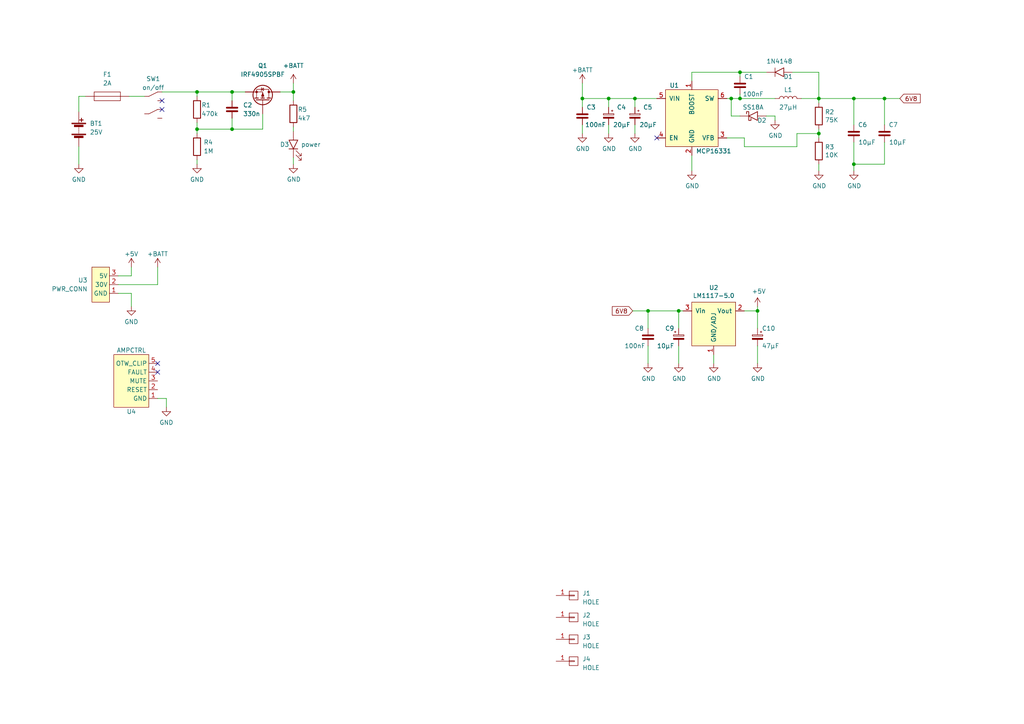
<source format=kicad_sch>
(kicad_sch (version 20230121) (generator eeschema)

  (uuid e63e39d7-6ac0-4ffd-8aa3-1841a4541b55)

  (paper "A4")

  (lib_symbols
    (symbol "myAmp:1N4148" (pin_numbers hide) (pin_names (offset 1.016) hide) (in_bom yes) (on_board yes)
      (property "Reference" "D" (at 0 2.54 0)
        (effects (font (size 1.27 1.27)))
      )
      (property "Value" "1N4148" (at 0 -2.54 0)
        (effects (font (size 1.27 1.27)))
      )
      (property "Footprint" "" (at 0 0 0)
        (effects (font (size 1.27 1.27)) hide)
      )
      (property "Datasheet" "" (at 0 0 0)
        (effects (font (size 1.27 1.27)) hide)
      )
      (symbol "1N4148_0_1"
        (polyline
          (pts
            (xy -1.27 1.27)
            (xy -1.27 -1.27)
          )
          (stroke (width 0) (type default))
          (fill (type none))
        )
        (polyline
          (pts
            (xy 1.27 1.27)
            (xy 1.27 -1.27)
            (xy -1.27 0)
            (xy 1.27 1.27)
          )
          (stroke (width 0.2032) (type default))
          (fill (type none))
        )
      )
      (symbol "1N4148_1_1"
        (pin passive line (at -3.81 0 0) (length 2.54)
          (name "K" (effects (font (size 1.27 1.27))))
          (number "1" (effects (font (size 1.27 1.27))))
        )
        (pin passive line (at 3.81 0 180) (length 2.54)
          (name "A" (effects (font (size 1.27 1.27))))
          (number "2" (effects (font (size 1.27 1.27))))
        )
      )
    )
    (symbol "myAmp:AMPCTRL" (in_bom yes) (on_board yes)
      (property "Reference" "U" (at 0 -11.43 0)
        (effects (font (size 1.27 1.27)))
      )
      (property "Value" "AMPCTRL" (at 0 6.35 0)
        (effects (font (size 1.27 1.27)))
      )
      (property "Footprint" "myAmp:AMPCTRL" (at 1.27 8.89 0)
        (effects (font (size 1.27 1.27)) hide)
      )
      (property "Datasheet" "" (at 7.62 0 0)
        (effects (font (size 1.27 1.27)) hide)
      )
      (symbol "AMPCTRL_0_1"
        (rectangle (start -5.08 5.08) (end 5.08 -10.16)
          (stroke (width 0) (type default))
          (fill (type background))
        )
      )
      (symbol "AMPCTRL_1_1"
        (pin input line (at 7.62 2.54 180) (length 2.54)
          (name "GND" (effects (font (size 1.27 1.27))))
          (number "1" (effects (font (size 1.27 1.27))))
        )
        (pin input line (at 7.62 0 180) (length 2.54)
          (name "RESET" (effects (font (size 1.27 1.27))))
          (number "2" (effects (font (size 1.27 1.27))))
        )
        (pin input line (at 7.62 -2.54 180) (length 2.54)
          (name "MUTE" (effects (font (size 1.27 1.27))))
          (number "3" (effects (font (size 1.27 1.27))))
        )
        (pin output line (at 7.62 -5.08 180) (length 2.54)
          (name "FAULT" (effects (font (size 1.27 1.27))))
          (number "4" (effects (font (size 1.27 1.27))))
        )
        (pin output line (at 7.62 -7.62 180) (length 2.54)
          (name "OTW_CLIP" (effects (font (size 1.27 1.27))))
          (number "5" (effects (font (size 1.27 1.27))))
        )
      )
    )
    (symbol "myAmp:Battery" (pin_numbers hide) (pin_names (offset 0) hide) (in_bom yes) (on_board yes)
      (property "Reference" "BT" (at 2.54 2.54 0)
        (effects (font (size 1.27 1.27)) (justify left))
      )
      (property "Value" "Battery" (at 2.54 0 0)
        (effects (font (size 1.27 1.27)) (justify left))
      )
      (property "Footprint" "" (at 0 1.524 90)
        (effects (font (size 1.27 1.27)) hide)
      )
      (property "Datasheet" "" (at 0 1.524 90)
        (effects (font (size 1.27 1.27)) hide)
      )
      (symbol "Battery_0_1"
        (rectangle (start -2.032 -1.397) (end 2.032 -1.651)
          (stroke (width 0) (type default))
          (fill (type outline))
        )
        (rectangle (start -2.032 1.778) (end 2.032 1.524)
          (stroke (width 0) (type default))
          (fill (type outline))
        )
        (rectangle (start -1.3208 -1.9812) (end 1.27 -2.4892)
          (stroke (width 0) (type default))
          (fill (type outline))
        )
        (rectangle (start -1.3208 1.1938) (end 1.27 0.6858)
          (stroke (width 0) (type default))
          (fill (type outline))
        )
        (polyline
          (pts
            (xy 0 -1.524)
            (xy 0 -1.27)
          )
          (stroke (width 0) (type default))
          (fill (type none))
        )
        (polyline
          (pts
            (xy 0 -1.016)
            (xy 0 -0.762)
          )
          (stroke (width 0) (type default))
          (fill (type none))
        )
        (polyline
          (pts
            (xy 0 -0.508)
            (xy 0 -0.254)
          )
          (stroke (width 0) (type default))
          (fill (type none))
        )
        (polyline
          (pts
            (xy 0 0)
            (xy 0 0.254)
          )
          (stroke (width 0) (type default))
          (fill (type none))
        )
        (polyline
          (pts
            (xy 0 0.508)
            (xy 0 0.762)
          )
          (stroke (width 0) (type default))
          (fill (type none))
        )
        (polyline
          (pts
            (xy 0 1.778)
            (xy 0 2.54)
          )
          (stroke (width 0) (type default))
          (fill (type none))
        )
        (polyline
          (pts
            (xy 0.254 2.667)
            (xy 1.27 2.667)
          )
          (stroke (width 0.254) (type default))
          (fill (type none))
        )
        (polyline
          (pts
            (xy 0.762 3.175)
            (xy 0.762 2.159)
          )
          (stroke (width 0.254) (type default))
          (fill (type none))
        )
      )
      (symbol "Battery_1_1"
        (pin power_in line (at 0 5.08 270) (length 2.54)
          (name "+" (effects (font (size 1.27 1.27))))
          (number "1" (effects (font (size 1.27 1.27))))
        )
        (pin power_in line (at 0 -5.08 90) (length 2.54)
          (name "-" (effects (font (size 1.27 1.27))))
          (number "2" (effects (font (size 1.27 1.27))))
        )
      )
    )
    (symbol "myAmp:C" (pin_numbers hide) (pin_names (offset 0.254)) (in_bom yes) (on_board yes)
      (property "Reference" "C" (at 0.635 2.54 0)
        (effects (font (size 1.27 1.27)) (justify left))
      )
      (property "Value" "C" (at 0.635 -2.54 0)
        (effects (font (size 1.27 1.27)) (justify left))
      )
      (property "Footprint" "" (at 0.9652 -3.81 0)
        (effects (font (size 1.27 1.27)) hide)
      )
      (property "Datasheet" "" (at 0 0 0)
        (effects (font (size 1.27 1.27)) hide)
      )
      (symbol "C_0_1"
        (polyline
          (pts
            (xy -1.524 -0.508)
            (xy 1.524 -0.508)
          )
          (stroke (width 0.508) (type default))
          (fill (type none))
        )
        (polyline
          (pts
            (xy -1.524 0.508)
            (xy 1.524 0.508)
          )
          (stroke (width 0.508) (type default))
          (fill (type none))
        )
      )
      (symbol "C_1_1"
        (pin passive line (at 0 2.54 270) (length 1.778)
          (name "~" (effects (font (size 1.27 1.27))))
          (number "1" (effects (font (size 1.27 1.27))))
        )
        (pin passive line (at 0 -2.54 90) (length 1.778)
          (name "~" (effects (font (size 1.27 1.27))))
          (number "2" (effects (font (size 1.27 1.27))))
        )
      )
    )
    (symbol "myAmp:CPOL" (pin_numbers hide) (pin_names (offset 0.254) hide) (in_bom yes) (on_board yes)
      (property "Reference" "C" (at 0.254 1.778 0)
        (effects (font (size 1.27 1.27)) (justify left))
      )
      (property "Value" "CPOL" (at 0.254 -2.032 0)
        (effects (font (size 1.27 1.27)) (justify left))
      )
      (property "Footprint" "" (at 0 0 0)
        (effects (font (size 1.27 1.27)) hide)
      )
      (property "Datasheet" "" (at 0 0 0)
        (effects (font (size 1.27 1.27)) hide)
      )
      (symbol "CPOL_0_1"
        (rectangle (start -1.524 -0.3048) (end 1.524 -0.6858)
          (stroke (width 0) (type default))
          (fill (type outline))
        )
        (rectangle (start -1.524 0.6858) (end 1.524 0.3048)
          (stroke (width 0) (type default))
          (fill (type none))
        )
        (polyline
          (pts
            (xy -1.27 1.524)
            (xy -0.762 1.524)
          )
          (stroke (width 0) (type default))
          (fill (type none))
        )
        (polyline
          (pts
            (xy -1.016 1.27)
            (xy -1.016 1.778)
          )
          (stroke (width 0) (type default))
          (fill (type none))
        )
      )
      (symbol "CPOL_1_1"
        (pin passive line (at 0 2.54 270) (length 1.8542)
          (name "~" (effects (font (size 1.27 1.27))))
          (number "1" (effects (font (size 1.27 1.27))))
        )
        (pin passive line (at 0 -2.54 90) (length 1.8542)
          (name "~" (effects (font (size 1.27 1.27))))
          (number "2" (effects (font (size 1.27 1.27))))
        )
      )
    )
    (symbol "myAmp:D_Schottky" (pin_numbers hide) (pin_names (offset 1.016) hide) (in_bom yes) (on_board yes)
      (property "Reference" "D" (at 0 2.54 0)
        (effects (font (size 1.27 1.27)))
      )
      (property "Value" "D_Schottky" (at 0 -2.54 0)
        (effects (font (size 1.27 1.27)))
      )
      (property "Footprint" "" (at 0 0 0)
        (effects (font (size 1.27 1.27)) hide)
      )
      (property "Datasheet" "" (at 0 0 0)
        (effects (font (size 1.27 1.27)) hide)
      )
      (property "ki_fp_filters" "TO-???* *_Diode_* *SingleDiode* D_*" (at 0 0 0)
        (effects (font (size 1.27 1.27)) hide)
      )
      (symbol "D_Schottky_0_1"
        (polyline
          (pts
            (xy 1.27 1.27)
            (xy 1.27 -1.27)
            (xy -1.27 0)
            (xy 1.27 1.27)
          )
          (stroke (width 0.2032) (type default))
          (fill (type none))
        )
        (polyline
          (pts
            (xy -1.905 0.635)
            (xy -1.905 1.27)
            (xy -1.27 1.27)
            (xy -1.27 -1.27)
            (xy -0.635 -1.27)
            (xy -0.635 -0.635)
          )
          (stroke (width 0.2032) (type default))
          (fill (type none))
        )
      )
      (symbol "D_Schottky_1_1"
        (pin passive line (at -3.81 0 0) (length 2.54)
          (name "K" (effects (font (size 1.27 1.27))))
          (number "1" (effects (font (size 1.27 1.27))))
        )
        (pin passive line (at 3.81 0 180) (length 2.54)
          (name "A" (effects (font (size 1.27 1.27))))
          (number "2" (effects (font (size 1.27 1.27))))
        )
      )
    )
    (symbol "myAmp:FUSE" (pin_numbers hide) (pin_names hide) (in_bom yes) (on_board yes)
      (property "Reference" "F" (at 0 2.54 0)
        (effects (font (size 1.27 1.27)))
      )
      (property "Value" "FUSE" (at 0 -2.54 0)
        (effects (font (size 1.27 1.27)))
      )
      (property "Footprint" "" (at 0 0 0)
        (effects (font (size 1.27 1.27)) hide)
      )
      (property "Datasheet" "" (at 0 0 0)
        (effects (font (size 1.27 1.27)) hide)
      )
      (symbol "FUSE_0_1"
        (rectangle (start -3.81 1.27) (end 3.81 -1.27)
          (stroke (width 0) (type default))
          (fill (type none))
        )
        (polyline
          (pts
            (xy -3.81 0)
            (xy 3.81 0)
          )
          (stroke (width 0) (type default))
          (fill (type none))
        )
      )
      (symbol "FUSE_1_1"
        (pin passive line (at -6.35 0 0) (length 2.54)
          (name "" (effects (font (size 1.27 1.27))))
          (number "1" (effects (font (size 1.27 1.27))))
        )
        (pin passive line (at 6.35 0 180) (length 2.54)
          (name "" (effects (font (size 1.27 1.27))))
          (number "2" (effects (font (size 1.27 1.27))))
        )
      )
    )
    (symbol "myAmp:HOLE" (pin_names (offset 1.016) hide) (in_bom yes) (on_board yes)
      (property "Reference" "J" (at 0 2.54 0)
        (effects (font (size 1.27 1.27)))
      )
      (property "Value" "HOLE" (at 2.54 0 90)
        (effects (font (size 1.27 1.27)))
      )
      (property "Footprint" "" (at 0 0 0)
        (effects (font (size 1.27 1.27)) hide)
      )
      (property "Datasheet" "" (at 0 0 0)
        (effects (font (size 1.27 1.27)) hide)
      )
      (symbol "HOLE_0_1"
        (rectangle (start -1.27 0.127) (end 0.254 -0.127)
          (stroke (width 0) (type default))
          (fill (type none))
        )
        (rectangle (start -1.27 1.27) (end 1.27 -1.27)
          (stroke (width 0) (type default))
          (fill (type none))
        )
      )
      (symbol "HOLE_1_1"
        (pin passive line (at -5.08 0 0) (length 3.81)
          (name "P1" (effects (font (size 1.27 1.27))))
          (number "1" (effects (font (size 1.27 1.27))))
        )
      )
    )
    (symbol "myAmp:L" (pin_numbers hide) (pin_names (offset 1.016) hide) (in_bom yes) (on_board yes)
      (property "Reference" "L" (at -1.27 0 90)
        (effects (font (size 1.27 1.27)))
      )
      (property "Value" "L" (at 1.905 0 90)
        (effects (font (size 1.27 1.27)))
      )
      (property "Footprint" "" (at 0 0 0)
        (effects (font (size 1.27 1.27)) hide)
      )
      (property "Datasheet" "" (at 0 0 0)
        (effects (font (size 1.27 1.27)) hide)
      )
      (property "ki_fp_filters" "Choke_* *Coil* Inductor_* L_*" (at 0 0 0)
        (effects (font (size 1.27 1.27)) hide)
      )
      (symbol "L_0_1"
        (arc (start 0 -2.54) (mid 0.6323 -1.905) (end 0 -1.27)
          (stroke (width 0) (type default))
          (fill (type none))
        )
        (arc (start 0 -1.27) (mid 0.6323 -0.635) (end 0 0)
          (stroke (width 0) (type default))
          (fill (type none))
        )
        (arc (start 0 0) (mid 0.6323 0.635) (end 0 1.27)
          (stroke (width 0) (type default))
          (fill (type none))
        )
        (arc (start 0 1.27) (mid 0.6323 1.905) (end 0 2.54)
          (stroke (width 0) (type default))
          (fill (type none))
        )
      )
      (symbol "L_1_1"
        (pin passive line (at 0 3.81 270) (length 1.27)
          (name "1" (effects (font (size 1.27 1.27))))
          (number "1" (effects (font (size 1.27 1.27))))
        )
        (pin passive line (at 0 -3.81 90) (length 1.27)
          (name "2" (effects (font (size 1.27 1.27))))
          (number "2" (effects (font (size 1.27 1.27))))
        )
      )
    )
    (symbol "myAmp:LED" (pin_numbers hide) (pin_names (offset 1.016) hide) (in_bom yes) (on_board yes)
      (property "Reference" "D" (at 0 2.54 0)
        (effects (font (size 1.27 1.27)))
      )
      (property "Value" "LED" (at 0 -2.54 0)
        (effects (font (size 1.27 1.27)))
      )
      (property "Footprint" "" (at 0 0 0)
        (effects (font (size 1.27 1.27)) hide)
      )
      (property "Datasheet" "" (at 0 0 0)
        (effects (font (size 1.27 1.27)) hide)
      )
      (property "ki_fp_filters" "LED* LED_SMD:* LED_THT:*" (at 0 0 0)
        (effects (font (size 1.27 1.27)) hide)
      )
      (symbol "LED_0_1"
        (polyline
          (pts
            (xy -1.27 -1.27)
            (xy -1.27 1.27)
          )
          (stroke (width 0.2032) (type default))
          (fill (type none))
        )
        (polyline
          (pts
            (xy 1.27 -1.27)
            (xy 1.27 1.27)
            (xy -1.27 0)
            (xy 1.27 -1.27)
          )
          (stroke (width 0.2032) (type default))
          (fill (type none))
        )
        (polyline
          (pts
            (xy -3.048 -0.762)
            (xy -4.572 -2.286)
            (xy -3.81 -2.286)
            (xy -4.572 -2.286)
            (xy -4.572 -1.524)
          )
          (stroke (width 0) (type default))
          (fill (type none))
        )
        (polyline
          (pts
            (xy -1.778 -0.762)
            (xy -3.302 -2.286)
            (xy -2.54 -2.286)
            (xy -3.302 -2.286)
            (xy -3.302 -1.524)
          )
          (stroke (width 0) (type default))
          (fill (type none))
        )
      )
      (symbol "LED_1_1"
        (pin passive line (at -3.81 0 0) (length 2.54)
          (name "K" (effects (font (size 1.27 1.27))))
          (number "1" (effects (font (size 1.27 1.27))))
        )
        (pin passive line (at 3.81 0 180) (length 2.54)
          (name "A" (effects (font (size 1.27 1.27))))
          (number "2" (effects (font (size 1.27 1.27))))
        )
      )
    )
    (symbol "myAmp:LM1117" (pin_names (offset 1.016)) (in_bom yes) (on_board yes)
      (property "Reference" "U" (at 5.08 -7.62 0)
        (effects (font (size 1.27 1.27)))
      )
      (property "Value" "LM1117" (at 0 7.62 0)
        (effects (font (size 1.27 1.27)))
      )
      (property "Footprint" "" (at 0 3.81 0)
        (effects (font (size 1.27 1.27)) hide)
      )
      (property "Datasheet" "" (at 0 3.81 0)
        (effects (font (size 1.27 1.27)) hide)
      )
      (symbol "LM1117_0_1"
        (rectangle (start -6.35 6.35) (end 6.35 -6.35)
          (stroke (width 0) (type default))
          (fill (type background))
        )
      )
      (symbol "LM1117_1_1"
        (pin input line (at 0 -8.89 90) (length 2.54)
          (name "GND/ADJ" (effects (font (size 1.27 1.27))))
          (number "1" (effects (font (size 1.27 1.27))))
        )
        (pin output line (at 8.89 3.81 180) (length 2.54)
          (name "Vout" (effects (font (size 1.27 1.27))))
          (number "2" (effects (font (size 1.27 1.27))))
        )
        (pin input line (at -8.89 3.81 0) (length 2.54)
          (name "Vin" (effects (font (size 1.27 1.27))))
          (number "3" (effects (font (size 1.27 1.27))))
        )
      )
    )
    (symbol "myAmp:MCP16331" (pin_names (offset 1.016)) (in_bom yes) (on_board yes)
      (property "Reference" "U" (at 0 -13.97 0)
        (effects (font (size 1.27 1.27)))
      )
      (property "Value" "MCP16331" (at 0 10.16 0)
        (effects (font (size 1.27 1.27)))
      )
      (property "Footprint" "myAmp:SOT-23-6" (at 0 0 0)
        (effects (font (size 1.27 1.27)) hide)
      )
      (property "Datasheet" "" (at 0 0 0)
        (effects (font (size 1.27 1.27)) hide)
      )
      (symbol "MCP16331_0_1"
        (rectangle (start -7.62 7.62) (end 7.62 -8.89)
          (stroke (width 0) (type default))
          (fill (type background))
        )
      )
      (symbol "MCP16331_1_1"
        (pin input line (at 0 10.16 270) (length 2.54)
          (name "BOOST" (effects (font (size 1.27 1.27))))
          (number "1" (effects (font (size 1.27 1.27))))
        )
        (pin input line (at 0 -11.43 90) (length 2.54)
          (name "GND" (effects (font (size 1.27 1.27))))
          (number "2" (effects (font (size 1.27 1.27))))
        )
        (pin input line (at 10.16 -6.35 180) (length 2.54)
          (name "VFB" (effects (font (size 1.27 1.27))))
          (number "3" (effects (font (size 1.27 1.27))))
        )
        (pin input line (at -10.16 -6.35 0) (length 2.54)
          (name "EN" (effects (font (size 1.27 1.27))))
          (number "4" (effects (font (size 1.27 1.27))))
        )
        (pin input line (at -10.16 5.08 0) (length 2.54)
          (name "VIN" (effects (font (size 1.27 1.27))))
          (number "5" (effects (font (size 1.27 1.27))))
        )
        (pin input line (at 10.16 5.08 180) (length 2.54)
          (name "SW" (effects (font (size 1.27 1.27))))
          (number "6" (effects (font (size 1.27 1.27))))
        )
      )
    )
    (symbol "myAmp:PMOS" (pin_numbers hide) (pin_names (offset 0) hide) (in_bom yes) (on_board yes)
      (property "Reference" "Q" (at 5.08 1.905 0)
        (effects (font (size 1.27 1.27)) (justify left))
      )
      (property "Value" "PMOS" (at 5.08 0 0)
        (effects (font (size 1.27 1.27)) (justify left))
      )
      (property "Footprint" "" (at 5.08 2.54 0)
        (effects (font (size 1.27 1.27)))
      )
      (property "Datasheet" "" (at 0 0 0)
        (effects (font (size 1.27 1.27)) (justify left) hide)
      )
      (symbol "PMOS_0_1"
        (polyline
          (pts
            (xy -1.27 0)
            (xy 0.254 0)
          )
          (stroke (width 0) (type default))
          (fill (type none))
        )
        (polyline
          (pts
            (xy 0.762 -1.778)
            (xy 2.54 -1.778)
          )
          (stroke (width 0) (type default))
          (fill (type none))
        )
        (polyline
          (pts
            (xy 0.762 -1.27)
            (xy 0.762 -2.286)
          )
          (stroke (width 0.254) (type default))
          (fill (type none))
        )
        (polyline
          (pts
            (xy 0.762 0)
            (xy 2.54 0)
          )
          (stroke (width 0) (type default))
          (fill (type none))
        )
        (polyline
          (pts
            (xy 0.762 0.508)
            (xy 0.762 -0.508)
          )
          (stroke (width 0.254) (type default))
          (fill (type none))
        )
        (polyline
          (pts
            (xy 0.762 1.778)
            (xy 2.54 1.778)
          )
          (stroke (width 0) (type default))
          (fill (type none))
        )
        (polyline
          (pts
            (xy 0.762 2.286)
            (xy 0.762 1.27)
          )
          (stroke (width 0.254) (type default))
          (fill (type none))
        )
        (polyline
          (pts
            (xy 2.54 -1.778)
            (xy 2.54 -2.54)
          )
          (stroke (width 0) (type default))
          (fill (type none))
        )
        (polyline
          (pts
            (xy 2.54 -1.778)
            (xy 2.54 0)
          )
          (stroke (width 0) (type default))
          (fill (type none))
        )
        (polyline
          (pts
            (xy 2.54 2.54)
            (xy 2.54 1.778)
          )
          (stroke (width 0) (type default))
          (fill (type none))
        )
        (polyline
          (pts
            (xy 0.254 1.905)
            (xy 0.254 -1.905)
            (xy 0.254 -1.905)
          )
          (stroke (width 0.254) (type default))
          (fill (type none))
        )
        (polyline
          (pts
            (xy 2.286 0)
            (xy 1.27 -0.381)
            (xy 1.27 0.381)
            (xy 2.286 0)
          )
          (stroke (width 0) (type default))
          (fill (type outline))
        )
        (polyline
          (pts
            (xy 2.54 -1.778)
            (xy 3.302 -1.778)
            (xy 3.302 1.778)
            (xy 2.54 1.778)
          )
          (stroke (width 0) (type default))
          (fill (type none))
        )
        (polyline
          (pts
            (xy 2.794 -0.508)
            (xy 2.921 -0.381)
            (xy 3.683 -0.381)
            (xy 3.81 -0.254)
          )
          (stroke (width 0) (type default))
          (fill (type none))
        )
        (polyline
          (pts
            (xy 3.302 -0.381)
            (xy 2.921 0.254)
            (xy 3.683 0.254)
            (xy 3.302 -0.381)
          )
          (stroke (width 0) (type default))
          (fill (type none))
        )
        (circle (center 1.651 0) (radius 2.8194)
          (stroke (width 0.254) (type default))
          (fill (type none))
        )
        (circle (center 2.54 -1.778) (radius 0.2794)
          (stroke (width 0) (type default))
          (fill (type outline))
        )
        (circle (center 2.54 1.778) (radius 0.2794)
          (stroke (width 0) (type default))
          (fill (type outline))
        )
      )
      (symbol "PMOS_1_1"
        (pin input line (at -3.81 0 0) (length 2.54)
          (name "G" (effects (font (size 1.27 1.27))))
          (number "1" (effects (font (size 1.27 1.27))))
        )
        (pin passive line (at 2.54 5.08 270) (length 2.54)
          (name "D" (effects (font (size 1.27 1.27))))
          (number "2" (effects (font (size 1.27 1.27))))
        )
        (pin passive line (at 2.54 -5.08 90) (length 2.54)
          (name "S" (effects (font (size 1.27 1.27))))
          (number "3" (effects (font (size 1.27 1.27))))
        )
      )
    )
    (symbol "myAmp:PWR_CONN" (in_bom yes) (on_board yes)
      (property "Reference" "U" (at -1.27 6.35 0)
        (effects (font (size 1.27 1.27)))
      )
      (property "Value" "PWR_CONN" (at -1.27 -6.35 0)
        (effects (font (size 1.27 1.27)))
      )
      (property "Footprint" "myAmp:PWR_CONN" (at -1.27 8.89 0)
        (effects (font (size 1.27 1.27)) hide)
      )
      (property "Datasheet" "" (at 2.54 -1.27 0)
        (effects (font (size 1.27 1.27)) hide)
      )
      (symbol "PWR_CONN_0_1"
        (rectangle (start -3.81 5.08) (end 1.27 -5.08)
          (stroke (width 0) (type default))
          (fill (type background))
        )
      )
      (symbol "PWR_CONN_1_1"
        (pin passive line (at 3.81 2.54 180) (length 2.54)
          (name "GND" (effects (font (size 1.27 1.27))))
          (number "1" (effects (font (size 1.27 1.27))))
        )
        (pin passive line (at 3.81 0 180) (length 2.54)
          (name "30V" (effects (font (size 1.27 1.27))))
          (number "2" (effects (font (size 1.27 1.27))))
        )
        (pin passive line (at 3.81 -2.54 180) (length 2.54)
          (name "5V" (effects (font (size 1.27 1.27))))
          (number "3" (effects (font (size 1.27 1.27))))
        )
      )
    )
    (symbol "myAmp:R" (pin_numbers hide) (pin_names (offset 0)) (in_bom yes) (on_board yes)
      (property "Reference" "R" (at 2.032 0 90)
        (effects (font (size 1.27 1.27)))
      )
      (property "Value" "R" (at 0 0 90)
        (effects (font (size 1.27 1.27)))
      )
      (property "Footprint" "" (at -1.778 0 90)
        (effects (font (size 1.27 1.27)) hide)
      )
      (property "Datasheet" "" (at 0 0 0)
        (effects (font (size 1.27 1.27)) hide)
      )
      (property "ki_fp_filters" "R_*" (at 0 0 0)
        (effects (font (size 1.27 1.27)) hide)
      )
      (symbol "R_0_1"
        (rectangle (start -1.016 -2.54) (end 1.016 2.54)
          (stroke (width 0.254) (type default))
          (fill (type none))
        )
      )
      (symbol "R_1_1"
        (pin passive line (at 0 3.81 270) (length 1.27)
          (name "~" (effects (font (size 1.27 1.27))))
          (number "1" (effects (font (size 1.27 1.27))))
        )
        (pin passive line (at 0 -3.81 90) (length 1.27)
          (name "~" (effects (font (size 1.27 1.27))))
          (number "2" (effects (font (size 1.27 1.27))))
        )
      )
    )
    (symbol "myAmp:SW_DPDT" (pin_numbers hide) (pin_names (offset 1.016)) (in_bom yes) (on_board yes)
      (property "Reference" "SW" (at 0 -6.35 0)
        (effects (font (size 1.27 1.27)))
      )
      (property "Value" "SW_DPDT" (at 0 6.35 0)
        (effects (font (size 1.27 1.27)))
      )
      (property "Footprint" "" (at 0 2.54 0)
        (effects (font (size 1.27 1.27)) hide)
      )
      (property "Datasheet" "" (at 0 2.54 0)
        (effects (font (size 1.27 1.27)) hide)
      )
      (symbol "SW_DPDT_0_1"
        (polyline
          (pts
            (xy -1.27 -2.54)
            (xy 1.27 -1.27)
          )
          (stroke (width 0) (type default))
          (fill (type none))
        )
        (polyline
          (pts
            (xy -1.27 2.54)
            (xy 1.27 3.81)
          )
          (stroke (width 0) (type default))
          (fill (type none))
        )
      )
      (symbol "SW_DPDT_1_1"
        (pin passive line (at 2.54 3.81 180) (length 1.27)
          (name "~" (effects (font (size 1.27 1.27))))
          (number "1" (effects (font (size 1.27 1.27))))
        )
        (pin passive line (at -2.54 2.54 0) (length 1.27)
          (name "~" (effects (font (size 1.27 1.27))))
          (number "2" (effects (font (size 1.27 1.27))))
        )
        (pin passive line (at 2.54 1.27 180) (length 1.27)
          (name "~" (effects (font (size 1.27 1.27))))
          (number "3" (effects (font (size 1.27 1.27))))
        )
        (pin passive line (at 2.54 -1.27 180) (length 1.27)
          (name "~" (effects (font (size 1.27 1.27))))
          (number "4" (effects (font (size 1.27 1.27))))
        )
        (pin passive line (at -2.54 -2.54 0) (length 1.27)
          (name "~" (effects (font (size 1.27 1.27))))
          (number "5" (effects (font (size 1.27 1.27))))
        )
        (pin passive line (at 2.54 -3.81 180) (length 1.27)
          (name "~" (effects (font (size 1.27 1.27))))
          (number "6" (effects (font (size 1.27 1.27))))
        )
      )
    )
    (symbol "power:+5V" (power) (pin_names (offset 0)) (in_bom yes) (on_board yes)
      (property "Reference" "#PWR" (at 0 -3.81 0)
        (effects (font (size 1.27 1.27)) hide)
      )
      (property "Value" "+5V" (at 0 3.556 0)
        (effects (font (size 1.27 1.27)))
      )
      (property "Footprint" "" (at 0 0 0)
        (effects (font (size 1.27 1.27)) hide)
      )
      (property "Datasheet" "" (at 0 0 0)
        (effects (font (size 1.27 1.27)) hide)
      )
      (property "ki_keywords" "power-flag" (at 0 0 0)
        (effects (font (size 1.27 1.27)) hide)
      )
      (property "ki_description" "Power symbol creates a global label with name \"+5V\"" (at 0 0 0)
        (effects (font (size 1.27 1.27)) hide)
      )
      (symbol "+5V_0_1"
        (polyline
          (pts
            (xy -0.762 1.27)
            (xy 0 2.54)
          )
          (stroke (width 0) (type default))
          (fill (type none))
        )
        (polyline
          (pts
            (xy 0 0)
            (xy 0 2.54)
          )
          (stroke (width 0) (type default))
          (fill (type none))
        )
        (polyline
          (pts
            (xy 0 2.54)
            (xy 0.762 1.27)
          )
          (stroke (width 0) (type default))
          (fill (type none))
        )
      )
      (symbol "+5V_1_1"
        (pin power_in line (at 0 0 90) (length 0) hide
          (name "+5V" (effects (font (size 1.27 1.27))))
          (number "1" (effects (font (size 1.27 1.27))))
        )
      )
    )
    (symbol "power:+BATT" (power) (pin_names (offset 0)) (in_bom yes) (on_board yes)
      (property "Reference" "#PWR" (at 0 -3.81 0)
        (effects (font (size 1.27 1.27)) hide)
      )
      (property "Value" "+BATT" (at 0 3.556 0)
        (effects (font (size 1.27 1.27)))
      )
      (property "Footprint" "" (at 0 0 0)
        (effects (font (size 1.27 1.27)) hide)
      )
      (property "Datasheet" "" (at 0 0 0)
        (effects (font (size 1.27 1.27)) hide)
      )
      (property "ki_keywords" "global power battery" (at 0 0 0)
        (effects (font (size 1.27 1.27)) hide)
      )
      (property "ki_description" "Power symbol creates a global label with name \"+BATT\"" (at 0 0 0)
        (effects (font (size 1.27 1.27)) hide)
      )
      (symbol "+BATT_0_1"
        (polyline
          (pts
            (xy -0.762 1.27)
            (xy 0 2.54)
          )
          (stroke (width 0) (type default))
          (fill (type none))
        )
        (polyline
          (pts
            (xy 0 0)
            (xy 0 2.54)
          )
          (stroke (width 0) (type default))
          (fill (type none))
        )
        (polyline
          (pts
            (xy 0 2.54)
            (xy 0.762 1.27)
          )
          (stroke (width 0) (type default))
          (fill (type none))
        )
      )
      (symbol "+BATT_1_1"
        (pin power_in line (at 0 0 90) (length 0) hide
          (name "+BATT" (effects (font (size 1.27 1.27))))
          (number "1" (effects (font (size 1.27 1.27))))
        )
      )
    )
    (symbol "power:GND" (power) (pin_names (offset 0)) (in_bom yes) (on_board yes)
      (property "Reference" "#PWR" (at 0 -6.35 0)
        (effects (font (size 1.27 1.27)) hide)
      )
      (property "Value" "GND" (at 0 -3.81 0)
        (effects (font (size 1.27 1.27)))
      )
      (property "Footprint" "" (at 0 0 0)
        (effects (font (size 1.27 1.27)) hide)
      )
      (property "Datasheet" "" (at 0 0 0)
        (effects (font (size 1.27 1.27)) hide)
      )
      (property "ki_keywords" "power-flag" (at 0 0 0)
        (effects (font (size 1.27 1.27)) hide)
      )
      (property "ki_description" "Power symbol creates a global label with name \"GND\" , ground" (at 0 0 0)
        (effects (font (size 1.27 1.27)) hide)
      )
      (symbol "GND_0_1"
        (polyline
          (pts
            (xy 0 0)
            (xy 0 -1.27)
            (xy 1.27 -1.27)
            (xy 0 -2.54)
            (xy -1.27 -1.27)
            (xy 0 -1.27)
          )
          (stroke (width 0) (type default))
          (fill (type none))
        )
      )
      (symbol "GND_1_1"
        (pin power_in line (at 0 0 270) (length 0) hide
          (name "GND" (effects (font (size 1.27 1.27))))
          (number "1" (effects (font (size 1.27 1.27))))
        )
      )
    )
  )

  (junction (at 214.63 20.955) (diameter 0) (color 0 0 0 0)
    (uuid 0723d5ba-87f9-4ef6-8822-bde1cd28b7dd)
  )
  (junction (at 196.85 90.17) (diameter 0) (color 0 0 0 0)
    (uuid 09bee8dc-5eb9-47a8-9a18-e98c91ee2a9e)
  )
  (junction (at 57.15 37.465) (diameter 0) (color 0 0 0 0)
    (uuid 1c50e830-b8ba-459c-8219-57caf429c8fb)
  )
  (junction (at 67.31 37.465) (diameter 0) (color 0 0 0 0)
    (uuid 279248fc-76df-494b-92e0-6c93cdb6733c)
  )
  (junction (at 214.63 28.575) (diameter 0) (color 0 0 0 0)
    (uuid 36f94c05-1af1-4379-8e64-0e9917b04ca1)
  )
  (junction (at 212.09 28.575) (diameter 0) (color 0 0 0 0)
    (uuid 394a936d-e116-4f33-9ace-38ed9d4e99bd)
  )
  (junction (at 176.53 28.575) (diameter 0) (color 0 0 0 0)
    (uuid 8c8c45e6-3061-46b2-ad13-abd541faa417)
  )
  (junction (at 168.91 28.575) (diameter 0) (color 0 0 0 0)
    (uuid a239cd70-b523-40a6-bbb9-5608d9dfc7c8)
  )
  (junction (at 57.15 26.67) (diameter 0) (color 0 0 0 0)
    (uuid a367c2f9-9e59-41e8-a436-5bda42d9141f)
  )
  (junction (at 237.49 38.735) (diameter 0) (color 0 0 0 0)
    (uuid a8d14116-5a7b-4836-b689-9f6e7b900fba)
  )
  (junction (at 256.54 28.575) (diameter 0) (color 0 0 0 0)
    (uuid b7c85514-4cde-421e-80c4-a7f4b94f1b35)
  )
  (junction (at 187.96 90.17) (diameter 0) (color 0 0 0 0)
    (uuid bf6d174c-5d13-4ccd-adfa-d0239a886d5f)
  )
  (junction (at 237.49 28.575) (diameter 0) (color 0 0 0 0)
    (uuid c80dd886-6e5b-4f13-82c1-6640c664f30b)
  )
  (junction (at 184.15 28.575) (diameter 0) (color 0 0 0 0)
    (uuid ce0995dc-b23a-4dbe-956e-da3abd696445)
  )
  (junction (at 219.71 90.17) (diameter 0) (color 0 0 0 0)
    (uuid dc823c52-af26-4d6d-90d8-b7be7dae148a)
  )
  (junction (at 247.65 28.575) (diameter 0) (color 0 0 0 0)
    (uuid de80f310-f64a-4a69-bd11-9b22a7d42195)
  )
  (junction (at 85.09 26.67) (diameter 0) (color 0 0 0 0)
    (uuid df585efe-3e7c-491e-83b8-6aeb2573c640)
  )
  (junction (at 247.65 47.625) (diameter 0) (color 0 0 0 0)
    (uuid e69523a7-b631-4f9b-9490-59b63560d360)
  )
  (junction (at 67.31 26.67) (diameter 0) (color 0 0 0 0)
    (uuid e96d0cd7-201b-456c-bf9b-16c0a6308008)
  )

  (no_connect (at 45.72 105.41) (uuid 26fbf3dd-b08b-47b9-b096-4726213dc24b))
  (no_connect (at 46.99 31.75) (uuid 44c1b27a-559c-46d9-86a4-3a3695965783))
  (no_connect (at 45.72 107.95) (uuid 45238020-45d8-449a-9534-846a3506e1d6))
  (no_connect (at 46.99 29.21) (uuid 652fb6ea-b404-43af-a85a-5099d8f6eea7))
  (no_connect (at 190.5 40.005) (uuid 695f9c72-c211-48f9-b4e4-782eb5a04936))

  (wire (pts (xy 187.96 90.17) (xy 196.85 90.17))
    (stroke (width 0) (type default))
    (uuid 035c874c-196a-451c-a501-71ef0c5a2730)
  )
  (wire (pts (xy 176.53 31.115) (xy 176.53 28.575))
    (stroke (width 0) (type default))
    (uuid 06482ea3-e315-49bd-9c48-64e7dad83cb2)
  )
  (wire (pts (xy 187.96 95.25) (xy 187.96 90.17))
    (stroke (width 0) (type default))
    (uuid 0e41abe0-21c3-48d6-b6ab-a43ef2e5cc18)
  )
  (wire (pts (xy 210.82 40.005) (xy 215.9 40.005))
    (stroke (width 0) (type default))
    (uuid 153e10d2-2041-48cb-9d55-cdd4e01719a9)
  )
  (wire (pts (xy 168.91 28.575) (xy 176.53 28.575))
    (stroke (width 0) (type default))
    (uuid 179fd371-8d7b-4bcd-9dbd-fa18167f2df5)
  )
  (wire (pts (xy 46.99 26.67) (xy 57.15 26.67))
    (stroke (width 0) (type default))
    (uuid 19e6ca7b-efb8-4cf1-9fe8-496478c349fb)
  )
  (wire (pts (xy 247.65 47.625) (xy 256.54 47.625))
    (stroke (width 0) (type default))
    (uuid 1beea77c-f4a3-4180-a8a9-da4724790c84)
  )
  (wire (pts (xy 85.09 24.13) (xy 85.09 26.67))
    (stroke (width 0) (type default))
    (uuid 22f6cc52-bfe7-43cd-9bef-a955bcb684a5)
  )
  (wire (pts (xy 256.54 47.625) (xy 256.54 41.275))
    (stroke (width 0) (type default))
    (uuid 27ffc789-2a4a-43d9-af9c-7fc82b8d7a15)
  )
  (wire (pts (xy 196.85 90.17) (xy 196.85 95.25))
    (stroke (width 0) (type default))
    (uuid 2a50fa44-004b-47f2-9210-9eccbbf3f0da)
  )
  (wire (pts (xy 214.63 20.955) (xy 222.25 20.955))
    (stroke (width 0) (type default))
    (uuid 2ebd7ae2-d76a-468d-9ada-b1fb0671de9b)
  )
  (wire (pts (xy 224.79 33.655) (xy 224.79 34.925))
    (stroke (width 0) (type default))
    (uuid 3354df86-d597-48fb-9454-9af19746169f)
  )
  (wire (pts (xy 67.31 37.465) (xy 57.15 37.465))
    (stroke (width 0) (type default))
    (uuid 347b44dd-b7d5-435a-a56f-082b85525368)
  )
  (wire (pts (xy 196.85 90.17) (xy 198.12 90.17))
    (stroke (width 0) (type default))
    (uuid 3763dd54-1e13-4348-be61-87b7a591b25c)
  )
  (wire (pts (xy 256.54 28.575) (xy 256.54 36.195))
    (stroke (width 0) (type default))
    (uuid 3b50347c-ffc3-4b77-9aa1-ba75d43bf150)
  )
  (wire (pts (xy 210.82 28.575) (xy 212.09 28.575))
    (stroke (width 0) (type default))
    (uuid 3d850e4c-8e6e-4217-8924-c91d0b0f534b)
  )
  (wire (pts (xy 247.65 28.575) (xy 256.54 28.575))
    (stroke (width 0) (type default))
    (uuid 3e6a628a-b243-41da-b664-ea5f77ff21c6)
  )
  (wire (pts (xy 85.09 26.67) (xy 85.09 29.21))
    (stroke (width 0) (type default))
    (uuid 3f0bea75-fc2c-442e-bd72-cfd231394b94)
  )
  (wire (pts (xy 67.31 26.67) (xy 67.31 29.21))
    (stroke (width 0) (type default))
    (uuid 4382a6aa-c700-4cb4-9753-ad50219830dc)
  )
  (wire (pts (xy 57.15 26.67) (xy 67.31 26.67))
    (stroke (width 0) (type default))
    (uuid 43bd69ec-865e-40db-a7b8-c5e8faf76ede)
  )
  (wire (pts (xy 71.12 26.67) (xy 67.31 26.67))
    (stroke (width 0) (type default))
    (uuid 43ee2909-ab8b-49b9-a9e9-3204e91b7392)
  )
  (wire (pts (xy 22.86 27.94) (xy 22.86 32.385))
    (stroke (width 0) (type default))
    (uuid 451360f1-4e44-43fd-8b60-0fadb7502e6a)
  )
  (wire (pts (xy 38.1 85.09) (xy 38.1 88.9))
    (stroke (width 0) (type default))
    (uuid 517d2f1f-e342-4de6-8ff6-2fdadb3457a9)
  )
  (wire (pts (xy 57.15 46.355) (xy 57.15 47.625))
    (stroke (width 0) (type default))
    (uuid 53588421-4807-40a9-a324-5905daf42df0)
  )
  (wire (pts (xy 76.2 37.465) (xy 67.31 37.465))
    (stroke (width 0) (type default))
    (uuid 55f91b80-f87f-49e1-9d50-9b070c09f8a6)
  )
  (wire (pts (xy 237.49 47.625) (xy 237.49 49.53))
    (stroke (width 0) (type default))
    (uuid 5625a266-d54a-48f2-83a3-4f272d2cf49e)
  )
  (wire (pts (xy 22.86 27.94) (xy 24.765 27.94))
    (stroke (width 0) (type default))
    (uuid 5a5373de-8d7d-4b45-9f8b-ec019f782b90)
  )
  (wire (pts (xy 231.14 42.545) (xy 231.14 38.735))
    (stroke (width 0) (type default))
    (uuid 5bb6ff4d-89ed-43b2-88d8-62b2cacfba57)
  )
  (wire (pts (xy 207.01 102.87) (xy 207.01 105.41))
    (stroke (width 0) (type default))
    (uuid 67221c9a-28f5-44ab-93f6-8347448715c9)
  )
  (wire (pts (xy 22.86 42.545) (xy 22.86 47.625))
    (stroke (width 0) (type default))
    (uuid 67ec3722-469b-47d7-a7a8-08fe3c0bcd99)
  )
  (wire (pts (xy 48.26 115.57) (xy 48.26 118.11))
    (stroke (width 0) (type default))
    (uuid 6d3d25bd-4d35-4150-8fc1-c214cbc7e6c9)
  )
  (wire (pts (xy 212.09 33.655) (xy 214.63 33.655))
    (stroke (width 0) (type default))
    (uuid 6ebeb36e-164e-42ee-a3c8-63519821678a)
  )
  (wire (pts (xy 34.29 85.09) (xy 38.1 85.09))
    (stroke (width 0) (type default))
    (uuid 7371f572-5fa5-4d09-b1a1-06ccb877f20e)
  )
  (wire (pts (xy 81.28 26.67) (xy 85.09 26.67))
    (stroke (width 0) (type default))
    (uuid 781868af-7208-4779-9ece-46c92af5ec3b)
  )
  (wire (pts (xy 215.9 90.17) (xy 219.71 90.17))
    (stroke (width 0) (type default))
    (uuid 7fd5d7bb-5b0a-467a-8712-b7fdf4cc25aa)
  )
  (wire (pts (xy 57.15 37.465) (xy 57.15 38.735))
    (stroke (width 0) (type default))
    (uuid 7ff42be1-fabc-4f3b-9c8f-4c9023928a7c)
  )
  (wire (pts (xy 38.1 80.01) (xy 38.1 77.47))
    (stroke (width 0) (type default))
    (uuid 82a65942-fb16-4183-b663-6c2df943689d)
  )
  (wire (pts (xy 200.66 45.085) (xy 200.66 49.53))
    (stroke (width 0) (type default))
    (uuid 84f256cd-dbcf-48a2-9726-5f559da86ff6)
  )
  (wire (pts (xy 168.91 36.195) (xy 168.91 38.735))
    (stroke (width 0) (type default))
    (uuid 859d0bb7-233f-455e-ad02-cf55c46acf41)
  )
  (wire (pts (xy 57.15 26.67) (xy 57.15 27.94))
    (stroke (width 0) (type default))
    (uuid 85b7caab-06f0-421d-8662-c62cbfd90f2c)
  )
  (wire (pts (xy 76.2 33.02) (xy 76.2 37.465))
    (stroke (width 0) (type default))
    (uuid 874d1c11-cffa-4451-a77f-b5b61d6ce842)
  )
  (wire (pts (xy 237.49 38.735) (xy 237.49 40.005))
    (stroke (width 0) (type default))
    (uuid 891787c0-605f-47ff-a9c2-4cb7d15ff719)
  )
  (wire (pts (xy 196.85 100.33) (xy 196.85 105.41))
    (stroke (width 0) (type default))
    (uuid 8956037e-e46e-4b29-858e-6fcafd05c7f3)
  )
  (wire (pts (xy 67.31 34.29) (xy 67.31 37.465))
    (stroke (width 0) (type default))
    (uuid 92aa5a74-fe95-4bf8-a65a-0b7bd08c6fc5)
  )
  (wire (pts (xy 168.91 28.575) (xy 168.91 31.115))
    (stroke (width 0) (type default))
    (uuid 9308d657-e6df-4d65-9c89-f86676294671)
  )
  (wire (pts (xy 168.91 24.13) (xy 168.91 28.575))
    (stroke (width 0) (type default))
    (uuid 938dc4ba-3e0d-4fc8-bda9-aedab66ee937)
  )
  (wire (pts (xy 215.9 40.005) (xy 215.9 42.545))
    (stroke (width 0) (type default))
    (uuid 946d8614-5b9c-4dce-9929-24c1d1252f20)
  )
  (wire (pts (xy 85.09 45.72) (xy 85.09 47.625))
    (stroke (width 0) (type default))
    (uuid 9606c7c9-1590-4557-a549-a34b89031318)
  )
  (wire (pts (xy 247.65 41.275) (xy 247.65 47.625))
    (stroke (width 0) (type default))
    (uuid 9ae26e0f-e772-47c9-9287-e9bf3981f2d1)
  )
  (wire (pts (xy 237.49 37.465) (xy 237.49 38.735))
    (stroke (width 0) (type default))
    (uuid 9d0451f6-4e71-4a2a-9bc7-6312ec1c464a)
  )
  (wire (pts (xy 214.63 27.305) (xy 214.63 28.575))
    (stroke (width 0) (type default))
    (uuid 9e9ab4fb-f5ab-4c86-9e61-dd4f77ce7da2)
  )
  (wire (pts (xy 215.9 42.545) (xy 231.14 42.545))
    (stroke (width 0) (type default))
    (uuid a0f3e54d-471c-4221-8b53-5f78c766c180)
  )
  (wire (pts (xy 237.49 28.575) (xy 247.65 28.575))
    (stroke (width 0) (type default))
    (uuid a5e6c712-881c-48a9-b076-47ade9ce5820)
  )
  (wire (pts (xy 37.465 27.94) (xy 41.91 27.94))
    (stroke (width 0) (type default))
    (uuid a9bc38da-652f-458d-aa3e-2d1179b75498)
  )
  (wire (pts (xy 183.515 90.17) (xy 187.96 90.17))
    (stroke (width 0) (type default))
    (uuid acb3d953-e8a0-441e-a9e3-efcec4175054)
  )
  (wire (pts (xy 200.66 20.955) (xy 214.63 20.955))
    (stroke (width 0) (type default))
    (uuid b0ab5f02-df29-44cb-b72f-499282d6e95e)
  )
  (wire (pts (xy 57.15 35.56) (xy 57.15 37.465))
    (stroke (width 0) (type default))
    (uuid b4896917-cabc-4f89-a47b-e8e3f36562e4)
  )
  (wire (pts (xy 176.53 28.575) (xy 184.15 28.575))
    (stroke (width 0) (type default))
    (uuid b5c61b8e-bb4f-444c-bf68-e20b888d6fc2)
  )
  (wire (pts (xy 176.53 36.195) (xy 176.53 38.735))
    (stroke (width 0) (type default))
    (uuid b685c1c7-6139-4daa-9fd6-2ea5a4f9bd2a)
  )
  (wire (pts (xy 247.65 47.625) (xy 247.65 49.53))
    (stroke (width 0) (type default))
    (uuid b9894fe5-7007-4478-86e1-a293cd6f29f5)
  )
  (wire (pts (xy 187.96 100.33) (xy 187.96 105.41))
    (stroke (width 0) (type default))
    (uuid ba58b28e-100e-4ff4-8a55-7bdb9a8c0c88)
  )
  (wire (pts (xy 232.41 28.575) (xy 237.49 28.575))
    (stroke (width 0) (type default))
    (uuid bd2d3497-b472-4801-9a42-38df77e56985)
  )
  (wire (pts (xy 214.63 28.575) (xy 224.79 28.575))
    (stroke (width 0) (type default))
    (uuid be4bbe21-0cd0-4286-b831-fdeb5eea9cdb)
  )
  (wire (pts (xy 85.09 36.83) (xy 85.09 38.1))
    (stroke (width 0) (type default))
    (uuid beb2c8c7-2811-4be5-acc3-c4b11f1a1716)
  )
  (wire (pts (xy 231.14 38.735) (xy 237.49 38.735))
    (stroke (width 0) (type default))
    (uuid bfc2495e-4667-4c7a-8be2-4b9fa9054346)
  )
  (wire (pts (xy 237.49 20.955) (xy 229.87 20.955))
    (stroke (width 0) (type default))
    (uuid c007b1a2-1971-40bc-8490-33a58f9c0ff7)
  )
  (wire (pts (xy 184.15 36.195) (xy 184.15 38.735))
    (stroke (width 0) (type default))
    (uuid c5e7b05a-43fe-49a3-9713-4d382bd101cd)
  )
  (wire (pts (xy 34.29 80.01) (xy 38.1 80.01))
    (stroke (width 0) (type default))
    (uuid cb2cf91a-3c37-47f8-bda4-343c0c913314)
  )
  (wire (pts (xy 184.15 28.575) (xy 190.5 28.575))
    (stroke (width 0) (type default))
    (uuid ccd45b40-677c-4047-9d32-82893106a4e8)
  )
  (wire (pts (xy 214.63 20.955) (xy 214.63 22.225))
    (stroke (width 0) (type default))
    (uuid cf5a4d2b-6466-42fc-9f1c-bb77f59e023d)
  )
  (wire (pts (xy 219.71 105.41) (xy 219.71 100.33))
    (stroke (width 0) (type default))
    (uuid cffaa81a-857d-472d-b6d1-65c562fbda19)
  )
  (wire (pts (xy 247.65 28.575) (xy 247.65 36.195))
    (stroke (width 0) (type default))
    (uuid d3f91e9e-4a63-497a-8536-0d69aa3e0ff9)
  )
  (wire (pts (xy 214.63 28.575) (xy 212.09 28.575))
    (stroke (width 0) (type default))
    (uuid d5227a19-8436-4c96-82b6-d6dc06ae5bc0)
  )
  (wire (pts (xy 212.09 28.575) (xy 212.09 33.655))
    (stroke (width 0) (type default))
    (uuid dbb45c90-dbab-4ec3-9df4-fc4d88dd4d98)
  )
  (wire (pts (xy 222.25 33.655) (xy 224.79 33.655))
    (stroke (width 0) (type default))
    (uuid df5d2d29-f94a-4eb0-8ea8-514e56677266)
  )
  (wire (pts (xy 219.71 95.25) (xy 219.71 90.17))
    (stroke (width 0) (type default))
    (uuid e42f004c-6be9-4d6a-a784-64339c2f0c67)
  )
  (wire (pts (xy 256.54 28.575) (xy 260.985 28.575))
    (stroke (width 0) (type default))
    (uuid e84d2876-9d49-4754-aaf9-fd5413e648b6)
  )
  (wire (pts (xy 219.71 90.17) (xy 219.71 88.9))
    (stroke (width 0) (type default))
    (uuid ea033f3f-757b-47fd-81ac-a2e049294938)
  )
  (wire (pts (xy 45.72 115.57) (xy 48.26 115.57))
    (stroke (width 0) (type default))
    (uuid ea4eaea9-cf4c-46ac-921e-dc360ac664b6)
  )
  (wire (pts (xy 200.66 23.495) (xy 200.66 20.955))
    (stroke (width 0) (type default))
    (uuid eb3a3965-2d6c-44bd-a668-505adb2317f4)
  )
  (wire (pts (xy 34.29 82.55) (xy 45.72 82.55))
    (stroke (width 0) (type default))
    (uuid ee4ceffc-dbb1-4438-9f3d-900ca8622ae7)
  )
  (wire (pts (xy 45.72 77.47) (xy 45.72 82.55))
    (stroke (width 0) (type default))
    (uuid f057d536-54ae-48a7-ad12-b9235d595f6f)
  )
  (wire (pts (xy 184.15 28.575) (xy 184.15 31.115))
    (stroke (width 0) (type default))
    (uuid f4772df6-32c7-43d7-9c59-c0c399b53433)
  )
  (wire (pts (xy 237.49 28.575) (xy 237.49 20.955))
    (stroke (width 0) (type default))
    (uuid f95b8350-7535-40c6-9784-3953c41d8a5d)
  )
  (wire (pts (xy 237.49 28.575) (xy 237.49 29.845))
    (stroke (width 0) (type default))
    (uuid fc5fdfcf-3554-4a0a-86d9-4880088f05b3)
  )

  (global_label "6V8" (shape input) (at 183.515 90.17 180) (fields_autoplaced)
    (effects (font (size 1.27 1.27)) (justify right))
    (uuid aff51f80-eefb-4623-80e3-02553d5a635b)
    (property "Intersheetrefs" "${INTERSHEET_REFS}" (at 300.355 236.22 0)
      (effects (font (size 1.27 1.27)) hide)
    )
  )
  (global_label "6V8" (shape input) (at 260.985 28.575 0) (fields_autoplaced)
    (effects (font (size 1.27 1.27)) (justify left))
    (uuid b778d2cb-e784-4f21-9cb6-689e0749a20a)
    (property "Intersheetrefs" "${INTERSHEET_REFS}" (at 144.145 -117.475 0)
      (effects (font (size 1.27 1.27)) hide)
    )
  )

  (symbol (lib_id "myAmp:SW_DPDT") (at 44.45 30.48 0) (unit 1)
    (in_bom yes) (on_board yes) (dnp no) (fields_autoplaced)
    (uuid 062009cc-3c29-435a-acc0-9616fbacad35)
    (property "Reference" "SW1" (at 44.45 22.86 0)
      (effects (font (size 1.27 1.27)))
    )
    (property "Value" "on/off" (at 44.45 25.4 0)
      (effects (font (size 1.27 1.27)))
    )
    (property "Footprint" "myAmp:SW_DPDT" (at 44.45 27.94 0)
      (effects (font (size 1.27 1.27)) hide)
    )
    (property "Datasheet" "" (at 44.45 27.94 0)
      (effects (font (size 1.27 1.27)) hide)
    )
    (pin "1" (uuid 5a6a5a22-ecc2-4864-ab7a-68605bace63f))
    (pin "2" (uuid 76e05951-26ea-4527-adf5-4ee4e620537e))
    (pin "3" (uuid 7d52db5b-9c3e-4a0a-9725-a5e77ecc539e))
    (pin "4" (uuid 70e04a26-5c6d-4a2e-af80-3329f81801b4))
    (pin "5" (uuid 0d3322d7-45a8-45cb-8406-9f856b20b5bc))
    (pin "6" (uuid 075a0d70-1e35-44d3-95ce-2da562e5024e))
    (instances
      (project "modulo3-power"
        (path "/e63e39d7-6ac0-4ffd-8aa3-1841a4541b55"
          (reference "SW1") (unit 1)
        )
      )
    )
  )

  (symbol (lib_id "myAmp:PMOS") (at 76.2 29.21 270) (mirror x) (unit 1)
    (in_bom yes) (on_board yes) (dnp no) (fields_autoplaced)
    (uuid 06dc7a94-2a41-437c-899b-f592ca5b6047)
    (property "Reference" "Q1" (at 76.2 19.05 90)
      (effects (font (size 1.27 1.27)))
    )
    (property "Value" "IRF4905SPBF" (at 76.2 21.59 90)
      (effects (font (size 1.27 1.27)))
    )
    (property "Footprint" "myAmp:D2PAK" (at 78.74 24.13 0)
      (effects (font (size 1.27 1.27)) hide)
    )
    (property "Datasheet" "https://www.infineon.com/dgdl/Infineon-IRF4905S-DataSheet-v01_01-EN.pdf?fileId=5546d462533600a4015355e331c41980" (at 76.2 29.21 0)
      (effects (font (size 1.27 1.27)) (justify left) hide)
    )
    (pin "1" (uuid 46f621fc-a914-4592-8bd1-4bed3a32f41a))
    (pin "2" (uuid dd24a8aa-3487-4fe1-b6f3-9fdc5c7a79a5))
    (pin "3" (uuid ace4ae97-fc00-406b-8a60-7e66c693feda))
    (instances
      (project "modulo3-power"
        (path "/e63e39d7-6ac0-4ffd-8aa3-1841a4541b55"
          (reference "Q1") (unit 1)
        )
      )
    )
  )

  (symbol (lib_id "power:GND") (at 224.79 34.925 0) (unit 1)
    (in_bom yes) (on_board yes) (dnp no)
    (uuid 07cb7df3-52c9-493f-8a55-a938a76d2a53)
    (property "Reference" "#PWR0107" (at 224.79 41.275 0)
      (effects (font (size 1.27 1.27)) hide)
    )
    (property "Value" "GND" (at 224.917 39.3192 0)
      (effects (font (size 1.27 1.27)))
    )
    (property "Footprint" "" (at 224.79 34.925 0)
      (effects (font (size 1.27 1.27)) hide)
    )
    (property "Datasheet" "" (at 224.79 34.925 0)
      (effects (font (size 1.27 1.27)) hide)
    )
    (pin "1" (uuid 2ae8c7e3-1bcf-45a7-b391-f3f08b44a2ff))
    (instances
      (project "modulo3-power"
        (path "/e63e39d7-6ac0-4ffd-8aa3-1841a4541b55"
          (reference "#PWR0107") (unit 1)
        )
      )
    )
  )

  (symbol (lib_id "power:GND") (at 22.86 47.625 0) (unit 1)
    (in_bom yes) (on_board yes) (dnp no) (fields_autoplaced)
    (uuid 0eead43e-af8e-41b7-a07c-2f21398f3cf1)
    (property "Reference" "#PWR0102" (at 22.86 53.975 0)
      (effects (font (size 1.27 1.27)) hide)
    )
    (property "Value" "GND" (at 22.86 52.07 0)
      (effects (font (size 1.27 1.27)))
    )
    (property "Footprint" "" (at 22.86 47.625 0)
      (effects (font (size 1.27 1.27)) hide)
    )
    (property "Datasheet" "" (at 22.86 47.625 0)
      (effects (font (size 1.27 1.27)) hide)
    )
    (pin "1" (uuid d7953344-3f8b-4be8-ab44-9f58603002b7))
    (instances
      (project "modulo3-power"
        (path "/e63e39d7-6ac0-4ffd-8aa3-1841a4541b55"
          (reference "#PWR0102") (unit 1)
        )
      )
    )
  )

  (symbol (lib_id "power:GND") (at 168.91 38.735 0) (unit 1)
    (in_bom yes) (on_board yes) (dnp no)
    (uuid 142519ac-3d9a-4bad-a93d-1e27af48750c)
    (property "Reference" "#PWR0108" (at 168.91 45.085 0)
      (effects (font (size 1.27 1.27)) hide)
    )
    (property "Value" "GND" (at 169.037 43.1292 0)
      (effects (font (size 1.27 1.27)))
    )
    (property "Footprint" "" (at 168.91 38.735 0)
      (effects (font (size 1.27 1.27)) hide)
    )
    (property "Datasheet" "" (at 168.91 38.735 0)
      (effects (font (size 1.27 1.27)) hide)
    )
    (pin "1" (uuid babc63df-8b16-4c59-b9bc-9fae103292b9))
    (instances
      (project "modulo3-power"
        (path "/e63e39d7-6ac0-4ffd-8aa3-1841a4541b55"
          (reference "#PWR0108") (unit 1)
        )
      )
    )
  )

  (symbol (lib_id "power:GND") (at 247.65 49.53 0) (unit 1)
    (in_bom yes) (on_board yes) (dnp no)
    (uuid 1e0ca716-0b5d-4b91-bffe-a3a6232e30e6)
    (property "Reference" "#PWR0110" (at 247.65 55.88 0)
      (effects (font (size 1.27 1.27)) hide)
    )
    (property "Value" "GND" (at 247.777 53.9242 0)
      (effects (font (size 1.27 1.27)))
    )
    (property "Footprint" "" (at 247.65 49.53 0)
      (effects (font (size 1.27 1.27)) hide)
    )
    (property "Datasheet" "" (at 247.65 49.53 0)
      (effects (font (size 1.27 1.27)) hide)
    )
    (pin "1" (uuid 66704ef3-bedb-4539-a862-85163f5b6dce))
    (instances
      (project "modulo3-power"
        (path "/e63e39d7-6ac0-4ffd-8aa3-1841a4541b55"
          (reference "#PWR0110") (unit 1)
        )
      )
    )
  )

  (symbol (lib_id "myAmp:L") (at 228.6 28.575 90) (unit 1)
    (in_bom yes) (on_board yes) (dnp no)
    (uuid 1fbe4c5c-5d62-43b0-a812-0f3f74e2e4cf)
    (property "Reference" "L1" (at 228.6 26.035 90)
      (effects (font (size 1.27 1.27)))
    )
    (property "Value" "27μH" (at 228.6 31.115 90)
      (effects (font (size 1.27 1.27)))
    )
    (property "Footprint" "myAmp:COIL_DER0705" (at 228.6 28.575 0)
      (effects (font (size 1.27 1.27)) hide)
    )
    (property "Datasheet" "" (at 228.6 28.575 0)
      (effects (font (size 1.27 1.27)) hide)
    )
    (pin "1" (uuid d7d15d0f-cbbc-43e4-b10e-939dc350c430))
    (pin "2" (uuid c1c68397-eed7-479a-bb2b-a6a06be26f6a))
    (instances
      (project "modulo3-power"
        (path "/e63e39d7-6ac0-4ffd-8aa3-1841a4541b55"
          (reference "L1") (unit 1)
        )
      )
    )
  )

  (symbol (lib_id "myAmp:CPOL") (at 196.85 97.79 0) (unit 1)
    (in_bom yes) (on_board yes) (dnp no)
    (uuid 356124d7-66b3-48b7-a4d1-62c296c88cec)
    (property "Reference" "C9" (at 195.58 95.25 0)
      (effects (font (size 1.27 1.27)) (justify right))
    )
    (property "Value" "10μF" (at 195.58 100.33 0)
      (effects (font (size 1.27 1.27)) (justify right))
    )
    (property "Footprint" "myAmp:CPOL_D4_P1.5" (at 196.85 97.79 0)
      (effects (font (size 1.27 1.27)) hide)
    )
    (property "Datasheet" "" (at 196.85 97.79 0)
      (effects (font (size 1.27 1.27)) hide)
    )
    (pin "1" (uuid 096efb53-c781-40c1-bb7a-e8cc764b10a4))
    (pin "2" (uuid fce6ad52-07be-4bd1-97aa-e6c9e0868358))
    (instances
      (project "modulo3-power"
        (path "/e63e39d7-6ac0-4ffd-8aa3-1841a4541b55"
          (reference "C9") (unit 1)
        )
      )
    )
  )

  (symbol (lib_id "power:+BATT") (at 168.91 24.13 0) (unit 1)
    (in_bom yes) (on_board yes) (dnp no)
    (uuid 36782859-06a0-4eb2-bfef-61464f26ccf0)
    (property "Reference" "#PWR0119" (at 168.91 27.94 0)
      (effects (font (size 1.27 1.27)) hide)
    )
    (property "Value" "+BATT" (at 168.91 20.32 0)
      (effects (font (size 1.27 1.27)))
    )
    (property "Footprint" "" (at 168.91 24.13 0)
      (effects (font (size 1.27 1.27)) hide)
    )
    (property "Datasheet" "" (at 168.91 24.13 0)
      (effects (font (size 1.27 1.27)) hide)
    )
    (pin "1" (uuid 3f06d509-b452-4555-9b98-0a0d274cb3f7))
    (instances
      (project "modulo3-power"
        (path "/e63e39d7-6ac0-4ffd-8aa3-1841a4541b55"
          (reference "#PWR0119") (unit 1)
        )
      )
    )
  )

  (symbol (lib_id "power:GND") (at 85.09 47.625 0) (unit 1)
    (in_bom yes) (on_board yes) (dnp no)
    (uuid 36b52176-27f1-4252-9414-62eb941e7412)
    (property "Reference" "#PWR03" (at 85.09 53.975 0)
      (effects (font (size 1.27 1.27)) hide)
    )
    (property "Value" "GND" (at 85.217 52.0192 0)
      (effects (font (size 1.27 1.27)))
    )
    (property "Footprint" "" (at 85.09 47.625 0)
      (effects (font (size 1.27 1.27)) hide)
    )
    (property "Datasheet" "" (at 85.09 47.625 0)
      (effects (font (size 1.27 1.27)) hide)
    )
    (pin "1" (uuid 7f6b76db-b5d1-43cc-a07d-1135034ba24b))
    (instances
      (project "modulo3-power"
        (path "/e63e39d7-6ac0-4ffd-8aa3-1841a4541b55"
          (reference "#PWR03") (unit 1)
        )
      )
    )
  )

  (symbol (lib_id "myAmp:C") (at 256.54 38.735 180) (unit 1)
    (in_bom yes) (on_board yes) (dnp no)
    (uuid 39143123-5d18-4af8-8559-0549fa9b799f)
    (property "Reference" "C7" (at 259.08 36.195 0)
      (effects (font (size 1.27 1.27)))
    )
    (property "Value" "10μF" (at 260.35 41.275 0)
      (effects (font (size 1.27 1.27)))
    )
    (property "Footprint" "myAmp:C_1812" (at 255.5748 34.925 0)
      (effects (font (size 1.27 1.27)) hide)
    )
    (property "Datasheet" "" (at 256.54 38.735 0)
      (effects (font (size 1.27 1.27)) hide)
    )
    (pin "1" (uuid ea79fb61-b825-4a4e-9b4d-174eb013936e))
    (pin "2" (uuid 460b47bc-64b2-4c19-8371-24485c796148))
    (instances
      (project "modulo3-power"
        (path "/e63e39d7-6ac0-4ffd-8aa3-1841a4541b55"
          (reference "C7") (unit 1)
        )
      )
    )
  )

  (symbol (lib_id "myAmp:D_Schottky") (at 218.44 33.655 0) (unit 1)
    (in_bom yes) (on_board yes) (dnp no)
    (uuid 3df8626b-ecf8-4264-9c14-8cb808139134)
    (property "Reference" "D2" (at 220.98 34.925 0)
      (effects (font (size 1.27 1.27)))
    )
    (property "Value" "SS18A" (at 218.44 31.115 0)
      (effects (font (size 1.27 1.27)))
    )
    (property "Footprint" "myAmp:D_SMA" (at 218.44 33.655 0)
      (effects (font (size 1.27 1.27)) hide)
    )
    (property "Datasheet" "" (at 218.44 33.655 0)
      (effects (font (size 1.27 1.27)) hide)
    )
    (pin "1" (uuid a134cc19-125f-4b85-a98b-bfad9f9a4c79))
    (pin "2" (uuid b4a2fe7c-6f14-42e2-9b95-67fd37db1436))
    (instances
      (project "modulo3-power"
        (path "/e63e39d7-6ac0-4ffd-8aa3-1841a4541b55"
          (reference "D2") (unit 1)
        )
      )
    )
  )

  (symbol (lib_id "myAmp:Battery") (at 22.86 37.465 0) (unit 1)
    (in_bom yes) (on_board yes) (dnp no)
    (uuid 3edf4ad6-d132-45a4-8ed7-00927515ef53)
    (property "Reference" "BT1" (at 26.035 35.8139 0)
      (effects (font (size 1.27 1.27)) (justify left))
    )
    (property "Value" "25V" (at 26.035 38.3539 0)
      (effects (font (size 1.27 1.27)) (justify left))
    )
    (property "Footprint" "myAmp:XT60-M" (at 22.86 35.941 90)
      (effects (font (size 1.27 1.27)) hide)
    )
    (property "Datasheet" "" (at 22.86 35.941 90)
      (effects (font (size 1.27 1.27)) hide)
    )
    (pin "1" (uuid 043a92e9-2d16-40ae-b42e-46779d032e3f))
    (pin "2" (uuid b6c6855f-5d4c-403d-b47d-88b1576b510c))
    (instances
      (project "modulo3-power"
        (path "/e63e39d7-6ac0-4ffd-8aa3-1841a4541b55"
          (reference "BT1") (unit 1)
        )
      )
    )
  )

  (symbol (lib_id "power:+BATT") (at 85.09 24.13 0) (unit 1)
    (in_bom yes) (on_board yes) (dnp no) (fields_autoplaced)
    (uuid 4600265c-ec8c-4d0b-8adb-a2a1cc1e431d)
    (property "Reference" "#PWR0103" (at 85.09 27.94 0)
      (effects (font (size 1.27 1.27)) hide)
    )
    (property "Value" "+BATT" (at 85.09 19.05 0)
      (effects (font (size 1.27 1.27)))
    )
    (property "Footprint" "" (at 85.09 24.13 0)
      (effects (font (size 1.27 1.27)) hide)
    )
    (property "Datasheet" "" (at 85.09 24.13 0)
      (effects (font (size 1.27 1.27)) hide)
    )
    (pin "1" (uuid 4cc383c1-636b-4b5c-904a-ca5a67211dbb))
    (instances
      (project "modulo3-power"
        (path "/e63e39d7-6ac0-4ffd-8aa3-1841a4541b55"
          (reference "#PWR0103") (unit 1)
        )
      )
    )
  )

  (symbol (lib_id "myAmp:C") (at 214.63 24.765 180) (unit 1)
    (in_bom yes) (on_board yes) (dnp no)
    (uuid 4da21480-f991-4e18-baf5-fcf3d3a66fd2)
    (property "Reference" "C1" (at 217.17 22.225 0)
      (effects (font (size 1.27 1.27)))
    )
    (property "Value" "100nF" (at 218.44 27.305 0)
      (effects (font (size 1.27 1.27)))
    )
    (property "Footprint" "myAmp:C_1206" (at 213.6648 20.955 0)
      (effects (font (size 1.27 1.27)) hide)
    )
    (property "Datasheet" "" (at 214.63 24.765 0)
      (effects (font (size 1.27 1.27)) hide)
    )
    (pin "1" (uuid 2a7c4770-5290-4bd3-9337-88ef1a5cb22a))
    (pin "2" (uuid a956a0f8-59db-41de-836d-539f67158f74))
    (instances
      (project "modulo3-power"
        (path "/e63e39d7-6ac0-4ffd-8aa3-1841a4541b55"
          (reference "C1") (unit 1)
        )
      )
    )
  )

  (symbol (lib_id "myAmp:R") (at 57.15 42.545 0) (unit 1)
    (in_bom yes) (on_board yes) (dnp no)
    (uuid 4dd9aa94-f786-4902-861d-1617d1ea0787)
    (property "Reference" "R4" (at 59.055 41.275 0)
      (effects (font (size 1.27 1.27)) (justify left))
    )
    (property "Value" "1M" (at 59.055 43.815 0)
      (effects (font (size 1.27 1.27)) (justify left))
    )
    (property "Footprint" "myAmp:R_10MM" (at 55.372 42.545 90)
      (effects (font (size 1.27 1.27)) hide)
    )
    (property "Datasheet" "" (at 57.15 42.545 0)
      (effects (font (size 1.27 1.27)) hide)
    )
    (pin "1" (uuid c50a4544-7750-498a-ab88-078f27787f49))
    (pin "2" (uuid a358b316-e110-4106-95c7-ada124f0ff74))
    (instances
      (project "modulo3-power"
        (path "/e63e39d7-6ac0-4ffd-8aa3-1841a4541b55"
          (reference "R4") (unit 1)
        )
      )
    )
  )

  (symbol (lib_id "power:GND") (at 48.26 118.11 0) (unit 1)
    (in_bom yes) (on_board yes) (dnp no) (fields_autoplaced)
    (uuid 53c724c3-675a-4567-a14c-9485c14e3fcf)
    (property "Reference" "#PWR01" (at 48.26 124.46 0)
      (effects (font (size 1.27 1.27)) hide)
    )
    (property "Value" "GND" (at 48.26 122.555 0)
      (effects (font (size 1.27 1.27)))
    )
    (property "Footprint" "" (at 48.26 118.11 0)
      (effects (font (size 1.27 1.27)) hide)
    )
    (property "Datasheet" "" (at 48.26 118.11 0)
      (effects (font (size 1.27 1.27)) hide)
    )
    (pin "1" (uuid 126754c8-99ac-46ac-b225-34580b9c8343))
    (instances
      (project "modulo3-power"
        (path "/e63e39d7-6ac0-4ffd-8aa3-1841a4541b55"
          (reference "#PWR01") (unit 1)
        )
      )
    )
  )

  (symbol (lib_id "myAmp:CPOL") (at 176.53 33.655 0) (mirror y) (unit 1)
    (in_bom yes) (on_board yes) (dnp no)
    (uuid 597a14d9-7b60-457d-8b2a-4e04e3199df3)
    (property "Reference" "C4" (at 181.61 31.115 0)
      (effects (font (size 1.27 1.27)) (justify left))
    )
    (property "Value" "20μF" (at 182.88 36.195 0)
      (effects (font (size 1.27 1.27)) (justify left))
    )
    (property "Footprint" "myAmp:CPOL_D6.3_P2.5" (at 176.53 33.655 0)
      (effects (font (size 1.27 1.27)) hide)
    )
    (property "Datasheet" "" (at 176.53 33.655 0)
      (effects (font (size 1.27 1.27)) hide)
    )
    (pin "1" (uuid ed5e87b6-a5c4-4d92-bd43-d0ae898226e3))
    (pin "2" (uuid 750781b7-28a9-4764-88d5-929b19f2985f))
    (instances
      (project "modulo3-power"
        (path "/e63e39d7-6ac0-4ffd-8aa3-1841a4541b55"
          (reference "C4") (unit 1)
        )
      )
    )
  )

  (symbol (lib_id "power:GND") (at 200.66 49.53 0) (unit 1)
    (in_bom yes) (on_board yes) (dnp no)
    (uuid 5ff1c83f-aa7c-45b1-8500-76c0c441cb06)
    (property "Reference" "#PWR0106" (at 200.66 55.88 0)
      (effects (font (size 1.27 1.27)) hide)
    )
    (property "Value" "GND" (at 200.787 53.9242 0)
      (effects (font (size 1.27 1.27)))
    )
    (property "Footprint" "" (at 200.66 49.53 0)
      (effects (font (size 1.27 1.27)) hide)
    )
    (property "Datasheet" "" (at 200.66 49.53 0)
      (effects (font (size 1.27 1.27)) hide)
    )
    (pin "1" (uuid c7739974-0c2c-4c2f-90ba-ede5531a8d7d))
    (instances
      (project "modulo3-power"
        (path "/e63e39d7-6ac0-4ffd-8aa3-1841a4541b55"
          (reference "#PWR0106") (unit 1)
        )
      )
    )
  )

  (symbol (lib_id "myAmp:HOLE") (at 166.37 185.42 0) (unit 1)
    (in_bom yes) (on_board yes) (dnp no) (fields_autoplaced)
    (uuid 61e6b334-61b1-4f83-92a8-6fa6bd15379e)
    (property "Reference" "J3" (at 168.91 184.785 0)
      (effects (font (size 1.27 1.27)) (justify left))
    )
    (property "Value" "HOLE" (at 168.91 187.325 0)
      (effects (font (size 1.27 1.27)) (justify left))
    )
    (property "Footprint" "myAmp:MountingHole" (at 166.37 185.42 0)
      (effects (font (size 1.27 1.27)) hide)
    )
    (property "Datasheet" "" (at 166.37 185.42 0)
      (effects (font (size 1.27 1.27)) hide)
    )
    (pin "1" (uuid 063f998e-2c74-4f6f-9bca-2706458cdd5f))
    (instances
      (project "modulo3-power"
        (path "/e63e39d7-6ac0-4ffd-8aa3-1841a4541b55"
          (reference "J3") (unit 1)
        )
      )
    )
  )

  (symbol (lib_id "power:GND") (at 57.15 47.625 0) (unit 1)
    (in_bom yes) (on_board yes) (dnp no) (fields_autoplaced)
    (uuid 63caf46e-0228-40de-b819-c6bd29dd1711)
    (property "Reference" "#PWR0101" (at 57.15 53.975 0)
      (effects (font (size 1.27 1.27)) hide)
    )
    (property "Value" "GND" (at 57.15 52.07 0)
      (effects (font (size 1.27 1.27)))
    )
    (property "Footprint" "" (at 57.15 47.625 0)
      (effects (font (size 1.27 1.27)) hide)
    )
    (property "Datasheet" "" (at 57.15 47.625 0)
      (effects (font (size 1.27 1.27)) hide)
    )
    (pin "1" (uuid 653a86ba-a1ae-4175-9d4c-c788087956d0))
    (instances
      (project "modulo3-power"
        (path "/e63e39d7-6ac0-4ffd-8aa3-1841a4541b55"
          (reference "#PWR0101") (unit 1)
        )
      )
    )
  )

  (symbol (lib_id "myAmp:MCP16331") (at 200.66 33.655 0) (unit 1)
    (in_bom yes) (on_board yes) (dnp no)
    (uuid 654a90ee-68bc-4af5-9425-20e6a0286964)
    (property "Reference" "U1" (at 195.58 24.765 0)
      (effects (font (size 1.27 1.27)))
    )
    (property "Value" "MCP16331" (at 207.01 43.815 0)
      (effects (font (size 1.27 1.27)))
    )
    (property "Footprint" "myAmp:SOT-23-6" (at 200.66 33.655 0)
      (effects (font (size 1.27 1.27)) hide)
    )
    (property "Datasheet" "" (at 200.66 33.655 0)
      (effects (font (size 1.27 1.27)) hide)
    )
    (pin "1" (uuid 9ee7eb9d-ab32-4acc-a367-ef973c92e9e0))
    (pin "2" (uuid 20375c64-4ddb-4c96-a7e4-5fb69eb83c29))
    (pin "3" (uuid 5ff94516-843b-44af-a6d8-8bccfdd8ba02))
    (pin "4" (uuid 8547f0bc-0ade-4c60-9c66-d68a853eed58))
    (pin "5" (uuid 20a90973-a9af-49a6-abb2-f01f9b20013f))
    (pin "6" (uuid d5081c71-5aa3-49a3-a1d1-bcc65148330b))
    (instances
      (project "modulo3-power"
        (path "/e63e39d7-6ac0-4ffd-8aa3-1841a4541b55"
          (reference "U1") (unit 1)
        )
      )
    )
  )

  (symbol (lib_id "power:GND") (at 219.71 105.41 0) (unit 1)
    (in_bom yes) (on_board yes) (dnp no)
    (uuid 72f23b87-35b4-4222-9d4e-a28ba6c38ca3)
    (property "Reference" "#PWR0116" (at 219.71 111.76 0)
      (effects (font (size 1.27 1.27)) hide)
    )
    (property "Value" "GND" (at 219.837 109.8042 0)
      (effects (font (size 1.27 1.27)))
    )
    (property "Footprint" "" (at 219.71 105.41 0)
      (effects (font (size 1.27 1.27)) hide)
    )
    (property "Datasheet" "" (at 219.71 105.41 0)
      (effects (font (size 1.27 1.27)) hide)
    )
    (pin "1" (uuid 4a30e972-f926-42ad-9b3f-7ffcd420c04c))
    (instances
      (project "modulo3-power"
        (path "/e63e39d7-6ac0-4ffd-8aa3-1841a4541b55"
          (reference "#PWR0116") (unit 1)
        )
      )
    )
  )

  (symbol (lib_id "power:GND") (at 38.1 88.9 0) (unit 1)
    (in_bom yes) (on_board yes) (dnp no) (fields_autoplaced)
    (uuid 746a6906-871b-4765-9e83-1ff340a37d02)
    (property "Reference" "#PWR0109" (at 38.1 95.25 0)
      (effects (font (size 1.27 1.27)) hide)
    )
    (property "Value" "GND" (at 38.1 93.345 0)
      (effects (font (size 1.27 1.27)))
    )
    (property "Footprint" "" (at 38.1 88.9 0)
      (effects (font (size 1.27 1.27)) hide)
    )
    (property "Datasheet" "" (at 38.1 88.9 0)
      (effects (font (size 1.27 1.27)) hide)
    )
    (pin "1" (uuid cf6b7746-af19-4db6-991a-c4a5bcab7398))
    (instances
      (project "modulo3-power"
        (path "/e63e39d7-6ac0-4ffd-8aa3-1841a4541b55"
          (reference "#PWR0109") (unit 1)
        )
      )
    )
  )

  (symbol (lib_id "myAmp:C") (at 187.96 97.79 0) (mirror x) (unit 1)
    (in_bom yes) (on_board yes) (dnp no)
    (uuid 768d9caf-a0cd-4412-8853-d808033183fd)
    (property "Reference" "C8" (at 185.42 95.25 0)
      (effects (font (size 1.27 1.27)))
    )
    (property "Value" "100nF" (at 184.15 100.33 0)
      (effects (font (size 1.27 1.27)))
    )
    (property "Footprint" "myAmp:C_1206" (at 188.9252 93.98 0)
      (effects (font (size 1.27 1.27)) hide)
    )
    (property "Datasheet" "" (at 187.96 97.79 0)
      (effects (font (size 1.27 1.27)) hide)
    )
    (pin "1" (uuid 84a6a549-d751-453b-ae8a-c5da145d3589))
    (pin "2" (uuid 1387b3fc-fdfc-4693-8025-aa3627fbaf19))
    (instances
      (project "modulo3-power"
        (path "/e63e39d7-6ac0-4ffd-8aa3-1841a4541b55"
          (reference "C8") (unit 1)
        )
      )
    )
  )

  (symbol (lib_id "power:GND") (at 237.49 49.53 0) (unit 1)
    (in_bom yes) (on_board yes) (dnp no)
    (uuid 86465d7b-bb56-4c42-8910-261ad5a36064)
    (property "Reference" "#PWR0111" (at 237.49 55.88 0)
      (effects (font (size 1.27 1.27)) hide)
    )
    (property "Value" "GND" (at 237.617 53.9242 0)
      (effects (font (size 1.27 1.27)))
    )
    (property "Footprint" "" (at 237.49 49.53 0)
      (effects (font (size 1.27 1.27)) hide)
    )
    (property "Datasheet" "" (at 237.49 49.53 0)
      (effects (font (size 1.27 1.27)) hide)
    )
    (pin "1" (uuid ab81c0b4-0403-4617-939e-e248f48917e7))
    (instances
      (project "modulo3-power"
        (path "/e63e39d7-6ac0-4ffd-8aa3-1841a4541b55"
          (reference "#PWR0111") (unit 1)
        )
      )
    )
  )

  (symbol (lib_id "myAmp:FUSE") (at 31.115 27.94 0) (unit 1)
    (in_bom yes) (on_board yes) (dnp no) (fields_autoplaced)
    (uuid 8a9d56ce-124a-47a4-9886-7d4c4275d7a7)
    (property "Reference" "F1" (at 31.115 21.59 0)
      (effects (font (size 1.27 1.27)))
    )
    (property "Value" "2A" (at 31.115 24.13 0)
      (effects (font (size 1.27 1.27)))
    )
    (property "Footprint" "myAmp:MF-LSMF" (at 31.115 27.94 0)
      (effects (font (size 1.27 1.27)) hide)
    )
    (property "Datasheet" "" (at 31.115 27.94 0)
      (effects (font (size 1.27 1.27)) hide)
    )
    (pin "1" (uuid d527b02b-875b-4fe2-afa6-77d0beb66754))
    (pin "2" (uuid 953486d0-8a04-481a-9cb3-429397b3237c))
    (instances
      (project "modulo3-power"
        (path "/e63e39d7-6ac0-4ffd-8aa3-1841a4541b55"
          (reference "F1") (unit 1)
        )
      )
    )
  )

  (symbol (lib_id "myAmp:C") (at 247.65 38.735 180) (unit 1)
    (in_bom yes) (on_board yes) (dnp no)
    (uuid 8bacdfab-e035-4298-8fc4-9b3386e7849c)
    (property "Reference" "C6" (at 250.19 36.195 0)
      (effects (font (size 1.27 1.27)))
    )
    (property "Value" "10μF" (at 251.46 41.275 0)
      (effects (font (size 1.27 1.27)))
    )
    (property "Footprint" "myAmp:C_1812" (at 246.6848 34.925 0)
      (effects (font (size 1.27 1.27)) hide)
    )
    (property "Datasheet" "" (at 247.65 38.735 0)
      (effects (font (size 1.27 1.27)) hide)
    )
    (pin "1" (uuid 85321c06-4b67-4d7d-8242-ad0660bf50aa))
    (pin "2" (uuid 0d9e95cf-545c-4e87-94fd-0fadf8b64258))
    (instances
      (project "modulo3-power"
        (path "/e63e39d7-6ac0-4ffd-8aa3-1841a4541b55"
          (reference "C6") (unit 1)
        )
      )
    )
  )

  (symbol (lib_id "power:+5V") (at 219.71 88.9 0) (unit 1)
    (in_bom yes) (on_board yes) (dnp no)
    (uuid 8c04c32d-9e64-42a6-b591-4a7f71149fe7)
    (property "Reference" "#PWR0113" (at 219.71 92.71 0)
      (effects (font (size 1.27 1.27)) hide)
    )
    (property "Value" "+5V" (at 220.091 84.5058 0)
      (effects (font (size 1.27 1.27)))
    )
    (property "Footprint" "" (at 219.71 88.9 0)
      (effects (font (size 1.27 1.27)) hide)
    )
    (property "Datasheet" "" (at 219.71 88.9 0)
      (effects (font (size 1.27 1.27)) hide)
    )
    (pin "1" (uuid e225c6ee-c8ec-446b-b0e7-710c335fdcf1))
    (instances
      (project "modulo3-power"
        (path "/e63e39d7-6ac0-4ffd-8aa3-1841a4541b55"
          (reference "#PWR0113") (unit 1)
        )
      )
    )
  )

  (symbol (lib_id "myAmp:1N4148") (at 226.06 20.955 0) (unit 1)
    (in_bom yes) (on_board yes) (dnp no)
    (uuid 9149810c-cd8c-40a2-8049-a5d5cb32f1ba)
    (property "Reference" "D1" (at 228.6 22.225 0)
      (effects (font (size 1.27 1.27)))
    )
    (property "Value" "1N4148" (at 226.06 17.78 0)
      (effects (font (size 1.27 1.27)))
    )
    (property "Footprint" "myAmp:DO35" (at 226.06 20.955 0)
      (effects (font (size 1.27 1.27)) hide)
    )
    (property "Datasheet" "" (at 226.06 20.955 0)
      (effects (font (size 1.27 1.27)) hide)
    )
    (pin "1" (uuid 1364ae3d-369e-45fd-aa16-9632d93f882d))
    (pin "2" (uuid d89d8931-301d-4ae0-8bda-fac944f01b4e))
    (instances
      (project "modulo3-power"
        (path "/e63e39d7-6ac0-4ffd-8aa3-1841a4541b55"
          (reference "D1") (unit 1)
        )
      )
    )
  )

  (symbol (lib_id "myAmp:R") (at 237.49 43.815 0) (unit 1)
    (in_bom yes) (on_board yes) (dnp no)
    (uuid 94e7635f-6b22-4610-8e9a-ac5556922ac6)
    (property "Reference" "R3" (at 239.268 42.6466 0)
      (effects (font (size 1.27 1.27)) (justify left))
    )
    (property "Value" "10K" (at 239.268 44.958 0)
      (effects (font (size 1.27 1.27)) (justify left))
    )
    (property "Footprint" "myAmp:R_0805" (at 235.712 43.815 90)
      (effects (font (size 1.27 1.27)) hide)
    )
    (property "Datasheet" "" (at 237.49 43.815 0)
      (effects (font (size 1.27 1.27)) hide)
    )
    (pin "1" (uuid 1e094364-a3be-4fc3-92b2-f194596caa0e))
    (pin "2" (uuid 4461e627-68dd-41e1-a4a1-79dbfb3cc4a2))
    (instances
      (project "modulo3-power"
        (path "/e63e39d7-6ac0-4ffd-8aa3-1841a4541b55"
          (reference "R3") (unit 1)
        )
      )
    )
  )

  (symbol (lib_id "power:+BATT") (at 45.72 77.47 0) (unit 1)
    (in_bom yes) (on_board yes) (dnp no)
    (uuid 95c5f985-e736-49ae-8169-1fbc516270d9)
    (property "Reference" "#PWR0117" (at 45.72 81.28 0)
      (effects (font (size 1.27 1.27)) hide)
    )
    (property "Value" "+BATT" (at 45.72 73.66 0)
      (effects (font (size 1.27 1.27)))
    )
    (property "Footprint" "" (at 45.72 77.47 0)
      (effects (font (size 1.27 1.27)) hide)
    )
    (property "Datasheet" "" (at 45.72 77.47 0)
      (effects (font (size 1.27 1.27)) hide)
    )
    (pin "1" (uuid 6e02303c-5757-4212-b0df-bead31789ea5))
    (instances
      (project "modulo3-power"
        (path "/e63e39d7-6ac0-4ffd-8aa3-1841a4541b55"
          (reference "#PWR0117") (unit 1)
        )
      )
    )
  )

  (symbol (lib_id "power:+5V") (at 38.1 77.47 0) (unit 1)
    (in_bom yes) (on_board yes) (dnp no)
    (uuid 963d1951-78dc-4ee4-8962-3dce78fb8556)
    (property "Reference" "#PWR0118" (at 38.1 81.28 0)
      (effects (font (size 1.27 1.27)) hide)
    )
    (property "Value" "+5V" (at 38.1 73.66 0)
      (effects (font (size 1.27 1.27)))
    )
    (property "Footprint" "" (at 38.1 77.47 0)
      (effects (font (size 1.27 1.27)) hide)
    )
    (property "Datasheet" "" (at 38.1 77.47 0)
      (effects (font (size 1.27 1.27)) hide)
    )
    (pin "1" (uuid 219086f2-c1ec-4d11-af01-108bf27695cb))
    (instances
      (project "modulo3-power"
        (path "/e63e39d7-6ac0-4ffd-8aa3-1841a4541b55"
          (reference "#PWR0118") (unit 1)
        )
      )
    )
  )

  (symbol (lib_id "power:GND") (at 196.85 105.41 0) (unit 1)
    (in_bom yes) (on_board yes) (dnp no)
    (uuid 9bc42040-60a5-44df-9bf1-96bbe9cbbd2d)
    (property "Reference" "#PWR0114" (at 196.85 111.76 0)
      (effects (font (size 1.27 1.27)) hide)
    )
    (property "Value" "GND" (at 196.977 109.8042 0)
      (effects (font (size 1.27 1.27)))
    )
    (property "Footprint" "" (at 196.85 105.41 0)
      (effects (font (size 1.27 1.27)) hide)
    )
    (property "Datasheet" "" (at 196.85 105.41 0)
      (effects (font (size 1.27 1.27)) hide)
    )
    (pin "1" (uuid 9029c57b-8570-4035-9056-d0bcdf8eabc7))
    (instances
      (project "modulo3-power"
        (path "/e63e39d7-6ac0-4ffd-8aa3-1841a4541b55"
          (reference "#PWR0114") (unit 1)
        )
      )
    )
  )

  (symbol (lib_id "power:GND") (at 187.96 105.41 0) (unit 1)
    (in_bom yes) (on_board yes) (dnp no)
    (uuid a3f436cc-1401-4144-a506-fc6f0981e988)
    (property "Reference" "#PWR0112" (at 187.96 111.76 0)
      (effects (font (size 1.27 1.27)) hide)
    )
    (property "Value" "GND" (at 188.087 109.8042 0)
      (effects (font (size 1.27 1.27)))
    )
    (property "Footprint" "" (at 187.96 105.41 0)
      (effects (font (size 1.27 1.27)) hide)
    )
    (property "Datasheet" "" (at 187.96 105.41 0)
      (effects (font (size 1.27 1.27)) hide)
    )
    (pin "1" (uuid 163516b7-8f90-4c5d-bb8e-d60752e85b66))
    (instances
      (project "modulo3-power"
        (path "/e63e39d7-6ac0-4ffd-8aa3-1841a4541b55"
          (reference "#PWR0112") (unit 1)
        )
      )
    )
  )

  (symbol (lib_id "power:GND") (at 207.01 105.41 0) (unit 1)
    (in_bom yes) (on_board yes) (dnp no)
    (uuid ac988092-6cca-483e-b106-e6c84c67fa06)
    (property "Reference" "#PWR0115" (at 207.01 111.76 0)
      (effects (font (size 1.27 1.27)) hide)
    )
    (property "Value" "GND" (at 207.137 109.8042 0)
      (effects (font (size 1.27 1.27)))
    )
    (property "Footprint" "" (at 207.01 105.41 0)
      (effects (font (size 1.27 1.27)) hide)
    )
    (property "Datasheet" "" (at 207.01 105.41 0)
      (effects (font (size 1.27 1.27)) hide)
    )
    (pin "1" (uuid 86d0de66-e357-4850-84d3-49afdfbf2f79))
    (instances
      (project "modulo3-power"
        (path "/e63e39d7-6ac0-4ffd-8aa3-1841a4541b55"
          (reference "#PWR0115") (unit 1)
        )
      )
    )
  )

  (symbol (lib_id "myAmp:LM1117") (at 207.01 93.98 0) (unit 1)
    (in_bom yes) (on_board yes) (dnp no)
    (uuid b838a486-e5fa-4f24-acf9-efad119fdd27)
    (property "Reference" "U2" (at 207.01 83.439 0)
      (effects (font (size 1.27 1.27)))
    )
    (property "Value" "LM1117-5.0" (at 207.01 85.7504 0)
      (effects (font (size 1.27 1.27)))
    )
    (property "Footprint" "myAmp:TO-252-3" (at 207.01 90.17 0)
      (effects (font (size 1.27 1.27)) hide)
    )
    (property "Datasheet" "" (at 207.01 90.17 0)
      (effects (font (size 1.27 1.27)) hide)
    )
    (pin "1" (uuid 92b6e3a7-33ea-4c8e-bb97-23d8b61e7dc7))
    (pin "2" (uuid f423ca38-b50d-409b-a314-3844eb18f90c))
    (pin "3" (uuid e33462cb-9e49-40e3-8514-55f2a3cde69a))
    (instances
      (project "modulo3-power"
        (path "/e63e39d7-6ac0-4ffd-8aa3-1841a4541b55"
          (reference "U2") (unit 1)
        )
      )
    )
  )

  (symbol (lib_id "power:GND") (at 176.53 38.735 0) (unit 1)
    (in_bom yes) (on_board yes) (dnp no)
    (uuid b9d792ba-e78b-4afb-b66d-d3d40aaa5628)
    (property "Reference" "#PWR0105" (at 176.53 45.085 0)
      (effects (font (size 1.27 1.27)) hide)
    )
    (property "Value" "GND" (at 176.657 43.1292 0)
      (effects (font (size 1.27 1.27)))
    )
    (property "Footprint" "" (at 176.53 38.735 0)
      (effects (font (size 1.27 1.27)) hide)
    )
    (property "Datasheet" "" (at 176.53 38.735 0)
      (effects (font (size 1.27 1.27)) hide)
    )
    (pin "1" (uuid 112466d0-082d-4f6f-83d2-b43193332387))
    (instances
      (project "modulo3-power"
        (path "/e63e39d7-6ac0-4ffd-8aa3-1841a4541b55"
          (reference "#PWR0105") (unit 1)
        )
      )
    )
  )

  (symbol (lib_id "myAmp:HOLE") (at 166.37 179.07 0) (unit 1)
    (in_bom yes) (on_board yes) (dnp no) (fields_autoplaced)
    (uuid c748d61a-c0ee-486a-aa3e-be6908553944)
    (property "Reference" "J2" (at 168.91 178.435 0)
      (effects (font (size 1.27 1.27)) (justify left))
    )
    (property "Value" "HOLE" (at 168.91 180.975 0)
      (effects (font (size 1.27 1.27)) (justify left))
    )
    (property "Footprint" "myAmp:MountingHole" (at 166.37 179.07 0)
      (effects (font (size 1.27 1.27)) hide)
    )
    (property "Datasheet" "" (at 166.37 179.07 0)
      (effects (font (size 1.27 1.27)) hide)
    )
    (pin "1" (uuid d70ff2c6-5448-424d-8838-0b9694afb2a0))
    (instances
      (project "modulo3-power"
        (path "/e63e39d7-6ac0-4ffd-8aa3-1841a4541b55"
          (reference "J2") (unit 1)
        )
      )
    )
  )

  (symbol (lib_id "myAmp:PWR_CONN") (at 30.48 82.55 0) (mirror x) (unit 1)
    (in_bom yes) (on_board yes) (dnp no) (fields_autoplaced)
    (uuid c7a72dfc-1826-4a70-92dd-b4f87bafa246)
    (property "Reference" "U3" (at 25.4 81.2799 0)
      (effects (font (size 1.27 1.27)) (justify right))
    )
    (property "Value" "PWR_CONN" (at 25.4 83.8199 0)
      (effects (font (size 1.27 1.27)) (justify right))
    )
    (property "Footprint" "myAmp:PWR_CONN" (at 29.21 91.44 0)
      (effects (font (size 1.27 1.27)) hide)
    )
    (property "Datasheet" "" (at 33.02 81.28 0)
      (effects (font (size 1.27 1.27)) hide)
    )
    (pin "1" (uuid 551393e2-13c7-448d-86f6-6a2eefec5914))
    (pin "2" (uuid 8e1c48d7-2f88-4dc8-820e-9b2e8d07a9f9))
    (pin "3" (uuid abd6c0e3-bee7-477e-b3cf-6e0549500091))
    (instances
      (project "modulo3-power"
        (path "/e63e39d7-6ac0-4ffd-8aa3-1841a4541b55"
          (reference "U3") (unit 1)
        )
      )
    )
  )

  (symbol (lib_id "myAmp:R") (at 57.15 31.75 0) (mirror x) (unit 1)
    (in_bom yes) (on_board yes) (dnp no)
    (uuid ccab6611-1a8f-4bd1-9921-a3f74dc9d01a)
    (property "Reference" "R1" (at 58.42 30.48 0)
      (effects (font (size 1.27 1.27)) (justify left))
    )
    (property "Value" "470k" (at 58.42 33.02 0)
      (effects (font (size 1.27 1.27)) (justify left))
    )
    (property "Footprint" "myAmp:R_10MM" (at 55.372 31.75 90)
      (effects (font (size 1.27 1.27)) hide)
    )
    (property "Datasheet" "" (at 57.15 31.75 0)
      (effects (font (size 1.27 1.27)) hide)
    )
    (pin "1" (uuid 840e062c-ad54-4896-af32-14b8fa4318e5))
    (pin "2" (uuid 196e6715-a992-4046-ada8-9bf07abf79a7))
    (instances
      (project "modulo3-power"
        (path "/e63e39d7-6ac0-4ffd-8aa3-1841a4541b55"
          (reference "R1") (unit 1)
        )
      )
    )
  )

  (symbol (lib_id "myAmp:AMPCTRL") (at 38.1 113.03 0) (mirror x) (unit 1)
    (in_bom yes) (on_board yes) (dnp no)
    (uuid d22eb9f1-08cd-41f1-8f8a-da2ea32c2103)
    (property "Reference" "U4" (at 38.1 119.38 0)
      (effects (font (size 1.27 1.27)))
    )
    (property "Value" "AMPCTRL" (at 38.1 101.6 0)
      (effects (font (size 1.27 1.27)))
    )
    (property "Footprint" "myAmp:AMPCTRL" (at 39.37 121.92 0)
      (effects (font (size 1.27 1.27)) hide)
    )
    (property "Datasheet" "" (at 45.72 113.03 0)
      (effects (font (size 1.27 1.27)) hide)
    )
    (pin "1" (uuid 07e7bb6d-63f4-4a2a-8539-2fe7d99fb347))
    (pin "2" (uuid d67f48f7-14cf-4a8c-9198-d504d8c538aa))
    (pin "3" (uuid 5ad1bbb9-b12c-480d-89e8-9d1df8e0fa3a))
    (pin "4" (uuid 29eb10f3-f462-4959-ba13-3d8b56577cb2))
    (pin "5" (uuid d015d4d5-98ba-47f0-bc50-f28f1b6ab425))
    (instances
      (project "modulo3-power"
        (path "/e63e39d7-6ac0-4ffd-8aa3-1841a4541b55"
          (reference "U4") (unit 1)
        )
      )
    )
  )

  (symbol (lib_id "myAmp:CPOL") (at 219.71 97.79 0) (mirror y) (unit 1)
    (in_bom yes) (on_board yes) (dnp no)
    (uuid d490327c-1074-4a51-989d-5358a3e4cfd0)
    (property "Reference" "C10" (at 220.98 95.25 0)
      (effects (font (size 1.27 1.27)) (justify right))
    )
    (property "Value" "47μF" (at 220.98 100.33 0)
      (effects (font (size 1.27 1.27)) (justify right))
    )
    (property "Footprint" "myAmp:CPOL_D4_P1.5" (at 219.71 97.79 0)
      (effects (font (size 1.27 1.27)) hide)
    )
    (property "Datasheet" "" (at 219.71 97.79 0)
      (effects (font (size 1.27 1.27)) hide)
    )
    (pin "1" (uuid 93a0e90d-7ffa-45d2-8fa4-a72b39045da4))
    (pin "2" (uuid db23d5a4-83b8-4562-97d6-20aedf74d6ed))
    (instances
      (project "modulo3-power"
        (path "/e63e39d7-6ac0-4ffd-8aa3-1841a4541b55"
          (reference "C10") (unit 1)
        )
      )
    )
  )

  (symbol (lib_id "power:GND") (at 184.15 38.735 0) (unit 1)
    (in_bom yes) (on_board yes) (dnp no)
    (uuid db2ab9b0-bd76-45f4-a65e-748821db916f)
    (property "Reference" "#PWR0104" (at 184.15 45.085 0)
      (effects (font (size 1.27 1.27)) hide)
    )
    (property "Value" "GND" (at 184.277 43.1292 0)
      (effects (font (size 1.27 1.27)))
    )
    (property "Footprint" "" (at 184.15 38.735 0)
      (effects (font (size 1.27 1.27)) hide)
    )
    (property "Datasheet" "" (at 184.15 38.735 0)
      (effects (font (size 1.27 1.27)) hide)
    )
    (pin "1" (uuid 2a995f6d-79ee-4b45-ba0f-9141549462bd))
    (instances
      (project "modulo3-power"
        (path "/e63e39d7-6ac0-4ffd-8aa3-1841a4541b55"
          (reference "#PWR0104") (unit 1)
        )
      )
    )
  )

  (symbol (lib_id "myAmp:R") (at 237.49 33.655 0) (unit 1)
    (in_bom yes) (on_board yes) (dnp no)
    (uuid dbf1047a-a39d-4186-b913-968f963e503f)
    (property "Reference" "R2" (at 239.268 32.4866 0)
      (effects (font (size 1.27 1.27)) (justify left))
    )
    (property "Value" "75K" (at 239.268 34.798 0)
      (effects (font (size 1.27 1.27)) (justify left))
    )
    (property "Footprint" "myAmp:R_0805" (at 235.712 33.655 90)
      (effects (font (size 1.27 1.27)) hide)
    )
    (property "Datasheet" "" (at 237.49 33.655 0)
      (effects (font (size 1.27 1.27)) hide)
    )
    (pin "1" (uuid e091ba86-2a80-449a-8584-4bb91ce794a8))
    (pin "2" (uuid a0943b97-3ac8-45bc-8bdf-7879d831abaf))
    (instances
      (project "modulo3-power"
        (path "/e63e39d7-6ac0-4ffd-8aa3-1841a4541b55"
          (reference "R2") (unit 1)
        )
      )
    )
  )

  (symbol (lib_id "myAmp:LED") (at 85.09 41.91 90) (unit 1)
    (in_bom yes) (on_board yes) (dnp no)
    (uuid dce209b5-e8aa-4106-8304-60bdebff676c)
    (property "Reference" "D3" (at 82.55 41.91 90)
      (effects (font (size 1.27 1.27)))
    )
    (property "Value" "power" (at 90.17 41.91 90)
      (effects (font (size 1.27 1.27)))
    )
    (property "Footprint" "myAmp:LED_D3.0mm" (at 85.09 41.91 0)
      (effects (font (size 1.27 1.27)) hide)
    )
    (property "Datasheet" "" (at 85.09 41.91 0)
      (effects (font (size 1.27 1.27)) hide)
    )
    (pin "1" (uuid c4d35b4a-8e6d-4f71-a600-f93b0f06d9e7))
    (pin "2" (uuid 1d69eea6-62f1-4617-a61e-6d8bf90ee738))
    (instances
      (project "modulo3-power"
        (path "/e63e39d7-6ac0-4ffd-8aa3-1841a4541b55"
          (reference "D3") (unit 1)
        )
      )
    )
  )

  (symbol (lib_id "myAmp:R") (at 85.09 33.02 0) (unit 1)
    (in_bom yes) (on_board yes) (dnp no)
    (uuid dd26705d-7b8e-4e2d-907d-43b87f0019c7)
    (property "Reference" "R5" (at 86.36 31.75 0)
      (effects (font (size 1.27 1.27)) (justify left))
    )
    (property "Value" "4k7" (at 86.36 34.29 0)
      (effects (font (size 1.27 1.27)) (justify left))
    )
    (property "Footprint" "myAmp:R_10MM" (at 83.312 33.02 90)
      (effects (font (size 1.27 1.27)) hide)
    )
    (property "Datasheet" "" (at 85.09 33.02 0)
      (effects (font (size 1.27 1.27)) hide)
    )
    (pin "1" (uuid fd0bcdef-ddf7-4005-8bdd-3b38cd5f7d6e))
    (pin "2" (uuid 0dacd7a0-0ff7-4913-81da-ad0817fa097f))
    (instances
      (project "modulo3-power"
        (path "/e63e39d7-6ac0-4ffd-8aa3-1841a4541b55"
          (reference "R5") (unit 1)
        )
      )
    )
  )

  (symbol (lib_id "myAmp:CPOL") (at 184.15 33.655 0) (mirror y) (unit 1)
    (in_bom yes) (on_board yes) (dnp no)
    (uuid ec98a60d-b2d2-45cd-b49a-97939cbb3ac9)
    (property "Reference" "C5" (at 189.23 31.115 0)
      (effects (font (size 1.27 1.27)) (justify left))
    )
    (property "Value" "20μF" (at 190.5 36.195 0)
      (effects (font (size 1.27 1.27)) (justify left))
    )
    (property "Footprint" "myAmp:CPOL_D6.3_P2.5" (at 184.15 33.655 0)
      (effects (font (size 1.27 1.27)) hide)
    )
    (property "Datasheet" "" (at 184.15 33.655 0)
      (effects (font (size 1.27 1.27)) hide)
    )
    (pin "1" (uuid a7000539-8860-4051-a13e-4e43526d334b))
    (pin "2" (uuid 34715f35-e602-40ae-940f-e711d0b6d39f))
    (instances
      (project "modulo3-power"
        (path "/e63e39d7-6ac0-4ffd-8aa3-1841a4541b55"
          (reference "C5") (unit 1)
        )
      )
    )
  )

  (symbol (lib_id "myAmp:C") (at 168.91 33.655 180) (unit 1)
    (in_bom yes) (on_board yes) (dnp no)
    (uuid edcdfbec-38bf-4d65-9f82-fe0d430759b7)
    (property "Reference" "C3" (at 171.45 31.115 0)
      (effects (font (size 1.27 1.27)))
    )
    (property "Value" "100nF" (at 172.72 36.195 0)
      (effects (font (size 1.27 1.27)))
    )
    (property "Footprint" "myAmp:C_1206" (at 167.9448 29.845 0)
      (effects (font (size 1.27 1.27)) hide)
    )
    (property "Datasheet" "" (at 168.91 33.655 0)
      (effects (font (size 1.27 1.27)) hide)
    )
    (pin "1" (uuid c1985532-3915-4821-b738-f8a7d6d65094))
    (pin "2" (uuid bfea2f2f-654d-4a0b-986f-f3cb3c3ca5ce))
    (instances
      (project "modulo3-power"
        (path "/e63e39d7-6ac0-4ffd-8aa3-1841a4541b55"
          (reference "C3") (unit 1)
        )
      )
    )
  )

  (symbol (lib_id "myAmp:HOLE") (at 166.37 172.72 0) (unit 1)
    (in_bom yes) (on_board yes) (dnp no) (fields_autoplaced)
    (uuid f31cb8cb-2463-4292-9ec2-d76f5dbdb7e5)
    (property "Reference" "J1" (at 168.91 172.085 0)
      (effects (font (size 1.27 1.27)) (justify left))
    )
    (property "Value" "HOLE" (at 168.91 174.625 0)
      (effects (font (size 1.27 1.27)) (justify left))
    )
    (property "Footprint" "myAmp:MountingHole" (at 166.37 172.72 0)
      (effects (font (size 1.27 1.27)) hide)
    )
    (property "Datasheet" "" (at 166.37 172.72 0)
      (effects (font (size 1.27 1.27)) hide)
    )
    (pin "1" (uuid 18286151-d76e-47d4-b037-e395a080c4e3))
    (instances
      (project "modulo3-power"
        (path "/e63e39d7-6ac0-4ffd-8aa3-1841a4541b55"
          (reference "J1") (unit 1)
        )
      )
    )
  )

  (symbol (lib_id "myAmp:C") (at 67.31 31.75 0) (unit 1)
    (in_bom yes) (on_board yes) (dnp no)
    (uuid f3948324-ce3a-4786-8e6f-06525e602a33)
    (property "Reference" "C2" (at 70.485 30.4799 0)
      (effects (font (size 1.27 1.27)) (justify left))
    )
    (property "Value" "330n" (at 70.485 33.0199 0)
      (effects (font (size 1.27 1.27)) (justify left))
    )
    (property "Footprint" "myAmp:C_5.0MM" (at 68.2752 35.56 0)
      (effects (font (size 1.27 1.27)) hide)
    )
    (property "Datasheet" "" (at 67.31 31.75 0)
      (effects (font (size 1.27 1.27)) hide)
    )
    (pin "1" (uuid 869eca01-6daf-4865-b0e8-f32a37e3566c))
    (pin "2" (uuid aff48226-032f-4dae-a36a-f783c883d29a))
    (instances
      (project "modulo3-power"
        (path "/e63e39d7-6ac0-4ffd-8aa3-1841a4541b55"
          (reference "C2") (unit 1)
        )
      )
    )
  )

  (symbol (lib_id "myAmp:HOLE") (at 166.37 191.77 0) (unit 1)
    (in_bom yes) (on_board yes) (dnp no) (fields_autoplaced)
    (uuid f80433c6-8928-4e14-bf9f-70ccd8caf9a0)
    (property "Reference" "J4" (at 168.91 191.135 0)
      (effects (font (size 1.27 1.27)) (justify left))
    )
    (property "Value" "HOLE" (at 168.91 193.675 0)
      (effects (font (size 1.27 1.27)) (justify left))
    )
    (property "Footprint" "myAmp:MountingHole" (at 166.37 191.77 0)
      (effects (font (size 1.27 1.27)) hide)
    )
    (property "Datasheet" "" (at 166.37 191.77 0)
      (effects (font (size 1.27 1.27)) hide)
    )
    (pin "1" (uuid f547719e-c210-442b-bf15-d8898423f6f6))
    (instances
      (project "modulo3-power"
        (path "/e63e39d7-6ac0-4ffd-8aa3-1841a4541b55"
          (reference "J4") (unit 1)
        )
      )
    )
  )

  (sheet_instances
    (path "/" (page "1"))
  )
)

</source>
